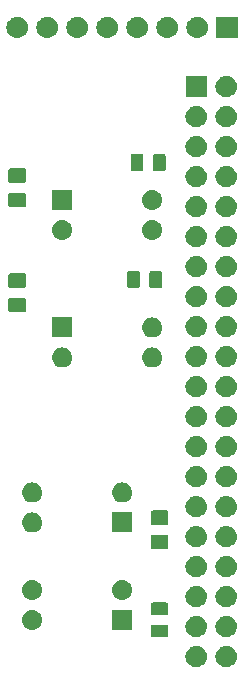
<source format=gbr>
G04 #@! TF.GenerationSoftware,KiCad,Pcbnew,(5.0.2)-1*
G04 #@! TF.CreationDate,2019-01-05T13:40:23-06:00*
G04 #@! TF.ProjectId,controller,636f6e74-726f-46c6-9c65-722e6b696361,rev?*
G04 #@! TF.SameCoordinates,Original*
G04 #@! TF.FileFunction,Soldermask,Top*
G04 #@! TF.FilePolarity,Negative*
%FSLAX46Y46*%
G04 Gerber Fmt 4.6, Leading zero omitted, Abs format (unit mm)*
G04 Created by KiCad (PCBNEW (5.0.2)-1) date 1/5/2019 1:40:23 PM*
%MOMM*%
%LPD*%
G01*
G04 APERTURE LIST*
%ADD10C,0.100000*%
G04 APERTURE END LIST*
D10*
G36*
X145445444Y-107610520D02*
X145511628Y-107617038D01*
X145624854Y-107651385D01*
X145681468Y-107668558D01*
X145820088Y-107742653D01*
X145837992Y-107752223D01*
X145873730Y-107781553D01*
X145975187Y-107864815D01*
X146058449Y-107966272D01*
X146087779Y-108002010D01*
X146087780Y-108002012D01*
X146171444Y-108158534D01*
X146171444Y-108158535D01*
X146222964Y-108328374D01*
X146240360Y-108505001D01*
X146222964Y-108681628D01*
X146188617Y-108794854D01*
X146171444Y-108851468D01*
X146097349Y-108990088D01*
X146087779Y-109007992D01*
X146058449Y-109043730D01*
X145975187Y-109145187D01*
X145873730Y-109228449D01*
X145837992Y-109257779D01*
X145837990Y-109257780D01*
X145681468Y-109341444D01*
X145624854Y-109358617D01*
X145511628Y-109392964D01*
X145445444Y-109399482D01*
X145379261Y-109406001D01*
X145290741Y-109406001D01*
X145224558Y-109399482D01*
X145158374Y-109392964D01*
X145045148Y-109358617D01*
X144988534Y-109341444D01*
X144832012Y-109257780D01*
X144832010Y-109257779D01*
X144796272Y-109228449D01*
X144694815Y-109145187D01*
X144611553Y-109043730D01*
X144582223Y-109007992D01*
X144572653Y-108990088D01*
X144498558Y-108851468D01*
X144481385Y-108794854D01*
X144447038Y-108681628D01*
X144429642Y-108505001D01*
X144447038Y-108328374D01*
X144498558Y-108158535D01*
X144498558Y-108158534D01*
X144582222Y-108002012D01*
X144582223Y-108002010D01*
X144611553Y-107966272D01*
X144694815Y-107864815D01*
X144796272Y-107781553D01*
X144832010Y-107752223D01*
X144849914Y-107742653D01*
X144988534Y-107668558D01*
X145045148Y-107651385D01*
X145158374Y-107617038D01*
X145224558Y-107610520D01*
X145290741Y-107604001D01*
X145379261Y-107604001D01*
X145445444Y-107610520D01*
X145445444Y-107610520D01*
G37*
G36*
X142905444Y-107610520D02*
X142971628Y-107617038D01*
X143084854Y-107651385D01*
X143141468Y-107668558D01*
X143280088Y-107742653D01*
X143297992Y-107752223D01*
X143333730Y-107781553D01*
X143435187Y-107864815D01*
X143518449Y-107966272D01*
X143547779Y-108002010D01*
X143547780Y-108002012D01*
X143631444Y-108158534D01*
X143631444Y-108158535D01*
X143682964Y-108328374D01*
X143700360Y-108505001D01*
X143682964Y-108681628D01*
X143648617Y-108794854D01*
X143631444Y-108851468D01*
X143557349Y-108990088D01*
X143547779Y-109007992D01*
X143518449Y-109043730D01*
X143435187Y-109145187D01*
X143333730Y-109228449D01*
X143297992Y-109257779D01*
X143297990Y-109257780D01*
X143141468Y-109341444D01*
X143084854Y-109358617D01*
X142971628Y-109392964D01*
X142905444Y-109399482D01*
X142839261Y-109406001D01*
X142750741Y-109406001D01*
X142684558Y-109399482D01*
X142618374Y-109392964D01*
X142505148Y-109358617D01*
X142448534Y-109341444D01*
X142292012Y-109257780D01*
X142292010Y-109257779D01*
X142256272Y-109228449D01*
X142154815Y-109145187D01*
X142071553Y-109043730D01*
X142042223Y-109007992D01*
X142032653Y-108990088D01*
X141958558Y-108851468D01*
X141941385Y-108794854D01*
X141907038Y-108681628D01*
X141889642Y-108505001D01*
X141907038Y-108328374D01*
X141958558Y-108158535D01*
X141958558Y-108158534D01*
X142042222Y-108002012D01*
X142042223Y-108002010D01*
X142071553Y-107966272D01*
X142154815Y-107864815D01*
X142256272Y-107781553D01*
X142292010Y-107752223D01*
X142309914Y-107742653D01*
X142448534Y-107668558D01*
X142505148Y-107651385D01*
X142618374Y-107617038D01*
X142684558Y-107610520D01*
X142750741Y-107604001D01*
X142839261Y-107604001D01*
X142905444Y-107610520D01*
X142905444Y-107610520D01*
G37*
G36*
X140284466Y-105813565D02*
X140323137Y-105825296D01*
X140358779Y-105844348D01*
X140390017Y-105869983D01*
X140415652Y-105901221D01*
X140434704Y-105936863D01*
X140446435Y-105975534D01*
X140451000Y-106021888D01*
X140451000Y-106673112D01*
X140446435Y-106719466D01*
X140434704Y-106758137D01*
X140415652Y-106793779D01*
X140390017Y-106825017D01*
X140358779Y-106850652D01*
X140323137Y-106869704D01*
X140284466Y-106881435D01*
X140238112Y-106886000D01*
X139161888Y-106886000D01*
X139115534Y-106881435D01*
X139076863Y-106869704D01*
X139041221Y-106850652D01*
X139009983Y-106825017D01*
X138984348Y-106793779D01*
X138965296Y-106758137D01*
X138953565Y-106719466D01*
X138949000Y-106673112D01*
X138949000Y-106021888D01*
X138953565Y-105975534D01*
X138965296Y-105936863D01*
X138984348Y-105901221D01*
X139009983Y-105869983D01*
X139041221Y-105844348D01*
X139076863Y-105825296D01*
X139115534Y-105813565D01*
X139161888Y-105809000D01*
X140238112Y-105809000D01*
X140284466Y-105813565D01*
X140284466Y-105813565D01*
G37*
G36*
X145445443Y-105070519D02*
X145511628Y-105077038D01*
X145624854Y-105111385D01*
X145681468Y-105128558D01*
X145820088Y-105202653D01*
X145837992Y-105212223D01*
X145873730Y-105241553D01*
X145975187Y-105324815D01*
X146045095Y-105410000D01*
X146087779Y-105462010D01*
X146087780Y-105462012D01*
X146171444Y-105618534D01*
X146171444Y-105618535D01*
X146222964Y-105788374D01*
X146240360Y-105965001D01*
X146222964Y-106141628D01*
X146205250Y-106200023D01*
X146171444Y-106311468D01*
X146097349Y-106450088D01*
X146087779Y-106467992D01*
X146058449Y-106503730D01*
X145975187Y-106605187D01*
X145892419Y-106673112D01*
X145837992Y-106717779D01*
X145837990Y-106717780D01*
X145681468Y-106801444D01*
X145624854Y-106818617D01*
X145511628Y-106852964D01*
X145445444Y-106859482D01*
X145379261Y-106866001D01*
X145290741Y-106866001D01*
X145224558Y-106859482D01*
X145158374Y-106852964D01*
X145045148Y-106818617D01*
X144988534Y-106801444D01*
X144832012Y-106717780D01*
X144832010Y-106717779D01*
X144777583Y-106673112D01*
X144694815Y-106605187D01*
X144611553Y-106503730D01*
X144582223Y-106467992D01*
X144572653Y-106450088D01*
X144498558Y-106311468D01*
X144464752Y-106200023D01*
X144447038Y-106141628D01*
X144429642Y-105965001D01*
X144447038Y-105788374D01*
X144498558Y-105618535D01*
X144498558Y-105618534D01*
X144582222Y-105462012D01*
X144582223Y-105462010D01*
X144624907Y-105410000D01*
X144694815Y-105324815D01*
X144796272Y-105241553D01*
X144832010Y-105212223D01*
X144849914Y-105202653D01*
X144988534Y-105128558D01*
X145045148Y-105111385D01*
X145158374Y-105077038D01*
X145224559Y-105070519D01*
X145290741Y-105064001D01*
X145379261Y-105064001D01*
X145445443Y-105070519D01*
X145445443Y-105070519D01*
G37*
G36*
X142905443Y-105070519D02*
X142971628Y-105077038D01*
X143084854Y-105111385D01*
X143141468Y-105128558D01*
X143280088Y-105202653D01*
X143297992Y-105212223D01*
X143333730Y-105241553D01*
X143435187Y-105324815D01*
X143505095Y-105410000D01*
X143547779Y-105462010D01*
X143547780Y-105462012D01*
X143631444Y-105618534D01*
X143631444Y-105618535D01*
X143682964Y-105788374D01*
X143700360Y-105965001D01*
X143682964Y-106141628D01*
X143665250Y-106200023D01*
X143631444Y-106311468D01*
X143557349Y-106450088D01*
X143547779Y-106467992D01*
X143518449Y-106503730D01*
X143435187Y-106605187D01*
X143352419Y-106673112D01*
X143297992Y-106717779D01*
X143297990Y-106717780D01*
X143141468Y-106801444D01*
X143084854Y-106818617D01*
X142971628Y-106852964D01*
X142905444Y-106859482D01*
X142839261Y-106866001D01*
X142750741Y-106866001D01*
X142684558Y-106859482D01*
X142618374Y-106852964D01*
X142505148Y-106818617D01*
X142448534Y-106801444D01*
X142292012Y-106717780D01*
X142292010Y-106717779D01*
X142237583Y-106673112D01*
X142154815Y-106605187D01*
X142071553Y-106503730D01*
X142042223Y-106467992D01*
X142032653Y-106450088D01*
X141958558Y-106311468D01*
X141924752Y-106200023D01*
X141907038Y-106141628D01*
X141889642Y-105965001D01*
X141907038Y-105788374D01*
X141958558Y-105618535D01*
X141958558Y-105618534D01*
X142042222Y-105462012D01*
X142042223Y-105462010D01*
X142084907Y-105410000D01*
X142154815Y-105324815D01*
X142256272Y-105241553D01*
X142292010Y-105212223D01*
X142309914Y-105202653D01*
X142448534Y-105128558D01*
X142505148Y-105111385D01*
X142618374Y-105077038D01*
X142684559Y-105070519D01*
X142750741Y-105064001D01*
X142839261Y-105064001D01*
X142905443Y-105070519D01*
X142905443Y-105070519D01*
G37*
G36*
X137376000Y-106261000D02*
X135674000Y-106261000D01*
X135674000Y-104559000D01*
X137376000Y-104559000D01*
X137376000Y-106261000D01*
X137376000Y-106261000D01*
G37*
G36*
X129071821Y-104571313D02*
X129071824Y-104571314D01*
X129071825Y-104571314D01*
X129232239Y-104619975D01*
X129232241Y-104619976D01*
X129232244Y-104619977D01*
X129380078Y-104698995D01*
X129509659Y-104805341D01*
X129616005Y-104934922D01*
X129695023Y-105082756D01*
X129695024Y-105082759D01*
X129695025Y-105082761D01*
X129734297Y-105212223D01*
X129743687Y-105243179D01*
X129760117Y-105410000D01*
X129743687Y-105576821D01*
X129743686Y-105576824D01*
X129743686Y-105576825D01*
X129731034Y-105618534D01*
X129695023Y-105737244D01*
X129616005Y-105885078D01*
X129509659Y-106014659D01*
X129380078Y-106121005D01*
X129232244Y-106200023D01*
X129232241Y-106200024D01*
X129232239Y-106200025D01*
X129071825Y-106248686D01*
X129071824Y-106248686D01*
X129071821Y-106248687D01*
X128946804Y-106261000D01*
X128863196Y-106261000D01*
X128738179Y-106248687D01*
X128738176Y-106248686D01*
X128738175Y-106248686D01*
X128577761Y-106200025D01*
X128577759Y-106200024D01*
X128577756Y-106200023D01*
X128429922Y-106121005D01*
X128300341Y-106014659D01*
X128193995Y-105885078D01*
X128114977Y-105737244D01*
X128078967Y-105618534D01*
X128066314Y-105576825D01*
X128066314Y-105576824D01*
X128066313Y-105576821D01*
X128049883Y-105410000D01*
X128066313Y-105243179D01*
X128075703Y-105212223D01*
X128114975Y-105082761D01*
X128114976Y-105082759D01*
X128114977Y-105082756D01*
X128193995Y-104934922D01*
X128300341Y-104805341D01*
X128429922Y-104698995D01*
X128577756Y-104619977D01*
X128577759Y-104619976D01*
X128577761Y-104619975D01*
X128738175Y-104571314D01*
X128738176Y-104571314D01*
X128738179Y-104571313D01*
X128863196Y-104559000D01*
X128946804Y-104559000D01*
X129071821Y-104571313D01*
X129071821Y-104571313D01*
G37*
G36*
X140284466Y-103938565D02*
X140323137Y-103950296D01*
X140358779Y-103969348D01*
X140390017Y-103994983D01*
X140415652Y-104026221D01*
X140434704Y-104061863D01*
X140446435Y-104100534D01*
X140451000Y-104146888D01*
X140451000Y-104798112D01*
X140446435Y-104844466D01*
X140434704Y-104883137D01*
X140415652Y-104918779D01*
X140390017Y-104950017D01*
X140358779Y-104975652D01*
X140323137Y-104994704D01*
X140284466Y-105006435D01*
X140238112Y-105011000D01*
X139161888Y-105011000D01*
X139115534Y-105006435D01*
X139076863Y-104994704D01*
X139041221Y-104975652D01*
X139009983Y-104950017D01*
X138984348Y-104918779D01*
X138965296Y-104883137D01*
X138953565Y-104844466D01*
X138949000Y-104798112D01*
X138949000Y-104146888D01*
X138953565Y-104100534D01*
X138965296Y-104061863D01*
X138984348Y-104026221D01*
X139009983Y-103994983D01*
X139041221Y-103969348D01*
X139076863Y-103950296D01*
X139115534Y-103938565D01*
X139161888Y-103934000D01*
X140238112Y-103934000D01*
X140284466Y-103938565D01*
X140284466Y-103938565D01*
G37*
G36*
X145445443Y-102530519D02*
X145511628Y-102537038D01*
X145624854Y-102571385D01*
X145681468Y-102588558D01*
X145820088Y-102662653D01*
X145837992Y-102672223D01*
X145873730Y-102701553D01*
X145975187Y-102784815D01*
X146045095Y-102870000D01*
X146087779Y-102922010D01*
X146087780Y-102922012D01*
X146171444Y-103078534D01*
X146171444Y-103078535D01*
X146222964Y-103248374D01*
X146240360Y-103425001D01*
X146222964Y-103601628D01*
X146205250Y-103660023D01*
X146171444Y-103771468D01*
X146097349Y-103910088D01*
X146087779Y-103927992D01*
X146078602Y-103939174D01*
X145975187Y-104065187D01*
X145875633Y-104146888D01*
X145837992Y-104177779D01*
X145837990Y-104177780D01*
X145681468Y-104261444D01*
X145624854Y-104278617D01*
X145511628Y-104312964D01*
X145445443Y-104319483D01*
X145379261Y-104326001D01*
X145290741Y-104326001D01*
X145224558Y-104319482D01*
X145158374Y-104312964D01*
X145045148Y-104278617D01*
X144988534Y-104261444D01*
X144832012Y-104177780D01*
X144832010Y-104177779D01*
X144794369Y-104146888D01*
X144694815Y-104065187D01*
X144591400Y-103939174D01*
X144582223Y-103927992D01*
X144572653Y-103910088D01*
X144498558Y-103771468D01*
X144464752Y-103660023D01*
X144447038Y-103601628D01*
X144429642Y-103425001D01*
X144447038Y-103248374D01*
X144498558Y-103078535D01*
X144498558Y-103078534D01*
X144582222Y-102922012D01*
X144582223Y-102922010D01*
X144624907Y-102870000D01*
X144694815Y-102784815D01*
X144796272Y-102701553D01*
X144832010Y-102672223D01*
X144849914Y-102662653D01*
X144988534Y-102588558D01*
X145045148Y-102571385D01*
X145158374Y-102537038D01*
X145224558Y-102530520D01*
X145290741Y-102524001D01*
X145379261Y-102524001D01*
X145445443Y-102530519D01*
X145445443Y-102530519D01*
G37*
G36*
X142905443Y-102530519D02*
X142971628Y-102537038D01*
X143084854Y-102571385D01*
X143141468Y-102588558D01*
X143280088Y-102662653D01*
X143297992Y-102672223D01*
X143333730Y-102701553D01*
X143435187Y-102784815D01*
X143505095Y-102870000D01*
X143547779Y-102922010D01*
X143547780Y-102922012D01*
X143631444Y-103078534D01*
X143631444Y-103078535D01*
X143682964Y-103248374D01*
X143700360Y-103425001D01*
X143682964Y-103601628D01*
X143665250Y-103660023D01*
X143631444Y-103771468D01*
X143557349Y-103910088D01*
X143547779Y-103927992D01*
X143538602Y-103939174D01*
X143435187Y-104065187D01*
X143335633Y-104146888D01*
X143297992Y-104177779D01*
X143297990Y-104177780D01*
X143141468Y-104261444D01*
X143084854Y-104278617D01*
X142971628Y-104312964D01*
X142905443Y-104319483D01*
X142839261Y-104326001D01*
X142750741Y-104326001D01*
X142684558Y-104319482D01*
X142618374Y-104312964D01*
X142505148Y-104278617D01*
X142448534Y-104261444D01*
X142292012Y-104177780D01*
X142292010Y-104177779D01*
X142254369Y-104146888D01*
X142154815Y-104065187D01*
X142051400Y-103939174D01*
X142042223Y-103927992D01*
X142032653Y-103910088D01*
X141958558Y-103771468D01*
X141924752Y-103660023D01*
X141907038Y-103601628D01*
X141889642Y-103425001D01*
X141907038Y-103248374D01*
X141958558Y-103078535D01*
X141958558Y-103078534D01*
X142042222Y-102922012D01*
X142042223Y-102922010D01*
X142084907Y-102870000D01*
X142154815Y-102784815D01*
X142256272Y-102701553D01*
X142292010Y-102672223D01*
X142309914Y-102662653D01*
X142448534Y-102588558D01*
X142505148Y-102571385D01*
X142618374Y-102537038D01*
X142684558Y-102530520D01*
X142750741Y-102524001D01*
X142839261Y-102524001D01*
X142905443Y-102530519D01*
X142905443Y-102530519D01*
G37*
G36*
X136691821Y-102031313D02*
X136691824Y-102031314D01*
X136691825Y-102031314D01*
X136852239Y-102079975D01*
X136852241Y-102079976D01*
X136852244Y-102079977D01*
X137000078Y-102158995D01*
X137129659Y-102265341D01*
X137236005Y-102394922D01*
X137315023Y-102542756D01*
X137315024Y-102542759D01*
X137315025Y-102542761D01*
X137354297Y-102672223D01*
X137363687Y-102703179D01*
X137380117Y-102870000D01*
X137363687Y-103036821D01*
X137363686Y-103036824D01*
X137363686Y-103036825D01*
X137351034Y-103078534D01*
X137315023Y-103197244D01*
X137236005Y-103345078D01*
X137129659Y-103474659D01*
X137000078Y-103581005D01*
X136852244Y-103660023D01*
X136852241Y-103660024D01*
X136852239Y-103660025D01*
X136691825Y-103708686D01*
X136691824Y-103708686D01*
X136691821Y-103708687D01*
X136566804Y-103721000D01*
X136483196Y-103721000D01*
X136358179Y-103708687D01*
X136358176Y-103708686D01*
X136358175Y-103708686D01*
X136197761Y-103660025D01*
X136197759Y-103660024D01*
X136197756Y-103660023D01*
X136049922Y-103581005D01*
X135920341Y-103474659D01*
X135813995Y-103345078D01*
X135734977Y-103197244D01*
X135698967Y-103078534D01*
X135686314Y-103036825D01*
X135686314Y-103036824D01*
X135686313Y-103036821D01*
X135669883Y-102870000D01*
X135686313Y-102703179D01*
X135695703Y-102672223D01*
X135734975Y-102542761D01*
X135734976Y-102542759D01*
X135734977Y-102542756D01*
X135813995Y-102394922D01*
X135920341Y-102265341D01*
X136049922Y-102158995D01*
X136197756Y-102079977D01*
X136197759Y-102079976D01*
X136197761Y-102079975D01*
X136358175Y-102031314D01*
X136358176Y-102031314D01*
X136358179Y-102031313D01*
X136483196Y-102019000D01*
X136566804Y-102019000D01*
X136691821Y-102031313D01*
X136691821Y-102031313D01*
G37*
G36*
X129071821Y-102031313D02*
X129071824Y-102031314D01*
X129071825Y-102031314D01*
X129232239Y-102079975D01*
X129232241Y-102079976D01*
X129232244Y-102079977D01*
X129380078Y-102158995D01*
X129509659Y-102265341D01*
X129616005Y-102394922D01*
X129695023Y-102542756D01*
X129695024Y-102542759D01*
X129695025Y-102542761D01*
X129734297Y-102672223D01*
X129743687Y-102703179D01*
X129760117Y-102870000D01*
X129743687Y-103036821D01*
X129743686Y-103036824D01*
X129743686Y-103036825D01*
X129731034Y-103078534D01*
X129695023Y-103197244D01*
X129616005Y-103345078D01*
X129509659Y-103474659D01*
X129380078Y-103581005D01*
X129232244Y-103660023D01*
X129232241Y-103660024D01*
X129232239Y-103660025D01*
X129071825Y-103708686D01*
X129071824Y-103708686D01*
X129071821Y-103708687D01*
X128946804Y-103721000D01*
X128863196Y-103721000D01*
X128738179Y-103708687D01*
X128738176Y-103708686D01*
X128738175Y-103708686D01*
X128577761Y-103660025D01*
X128577759Y-103660024D01*
X128577756Y-103660023D01*
X128429922Y-103581005D01*
X128300341Y-103474659D01*
X128193995Y-103345078D01*
X128114977Y-103197244D01*
X128078967Y-103078534D01*
X128066314Y-103036825D01*
X128066314Y-103036824D01*
X128066313Y-103036821D01*
X128049883Y-102870000D01*
X128066313Y-102703179D01*
X128075703Y-102672223D01*
X128114975Y-102542761D01*
X128114976Y-102542759D01*
X128114977Y-102542756D01*
X128193995Y-102394922D01*
X128300341Y-102265341D01*
X128429922Y-102158995D01*
X128577756Y-102079977D01*
X128577759Y-102079976D01*
X128577761Y-102079975D01*
X128738175Y-102031314D01*
X128738176Y-102031314D01*
X128738179Y-102031313D01*
X128863196Y-102019000D01*
X128946804Y-102019000D01*
X129071821Y-102031313D01*
X129071821Y-102031313D01*
G37*
G36*
X142905444Y-99990520D02*
X142971628Y-99997038D01*
X143084854Y-100031385D01*
X143141468Y-100048558D01*
X143280088Y-100122653D01*
X143297992Y-100132223D01*
X143333730Y-100161553D01*
X143435187Y-100244815D01*
X143518449Y-100346272D01*
X143547779Y-100382010D01*
X143547780Y-100382012D01*
X143631444Y-100538534D01*
X143631444Y-100538535D01*
X143682964Y-100708374D01*
X143700360Y-100885001D01*
X143682964Y-101061628D01*
X143648617Y-101174854D01*
X143631444Y-101231468D01*
X143557349Y-101370088D01*
X143547779Y-101387992D01*
X143518449Y-101423730D01*
X143435187Y-101525187D01*
X143333730Y-101608449D01*
X143297992Y-101637779D01*
X143297990Y-101637780D01*
X143141468Y-101721444D01*
X143084854Y-101738617D01*
X142971628Y-101772964D01*
X142905443Y-101779483D01*
X142839261Y-101786001D01*
X142750741Y-101786001D01*
X142684559Y-101779483D01*
X142618374Y-101772964D01*
X142505148Y-101738617D01*
X142448534Y-101721444D01*
X142292012Y-101637780D01*
X142292010Y-101637779D01*
X142256272Y-101608449D01*
X142154815Y-101525187D01*
X142071553Y-101423730D01*
X142042223Y-101387992D01*
X142032653Y-101370088D01*
X141958558Y-101231468D01*
X141941385Y-101174854D01*
X141907038Y-101061628D01*
X141889642Y-100885001D01*
X141907038Y-100708374D01*
X141958558Y-100538535D01*
X141958558Y-100538534D01*
X142042222Y-100382012D01*
X142042223Y-100382010D01*
X142071553Y-100346272D01*
X142154815Y-100244815D01*
X142256272Y-100161553D01*
X142292010Y-100132223D01*
X142309914Y-100122653D01*
X142448534Y-100048558D01*
X142505148Y-100031385D01*
X142618374Y-99997038D01*
X142684558Y-99990520D01*
X142750741Y-99984001D01*
X142839261Y-99984001D01*
X142905444Y-99990520D01*
X142905444Y-99990520D01*
G37*
G36*
X145445444Y-99990520D02*
X145511628Y-99997038D01*
X145624854Y-100031385D01*
X145681468Y-100048558D01*
X145820088Y-100122653D01*
X145837992Y-100132223D01*
X145873730Y-100161553D01*
X145975187Y-100244815D01*
X146058449Y-100346272D01*
X146087779Y-100382010D01*
X146087780Y-100382012D01*
X146171444Y-100538534D01*
X146171444Y-100538535D01*
X146222964Y-100708374D01*
X146240360Y-100885001D01*
X146222964Y-101061628D01*
X146188617Y-101174854D01*
X146171444Y-101231468D01*
X146097349Y-101370088D01*
X146087779Y-101387992D01*
X146058449Y-101423730D01*
X145975187Y-101525187D01*
X145873730Y-101608449D01*
X145837992Y-101637779D01*
X145837990Y-101637780D01*
X145681468Y-101721444D01*
X145624854Y-101738617D01*
X145511628Y-101772964D01*
X145445443Y-101779483D01*
X145379261Y-101786001D01*
X145290741Y-101786001D01*
X145224559Y-101779483D01*
X145158374Y-101772964D01*
X145045148Y-101738617D01*
X144988534Y-101721444D01*
X144832012Y-101637780D01*
X144832010Y-101637779D01*
X144796272Y-101608449D01*
X144694815Y-101525187D01*
X144611553Y-101423730D01*
X144582223Y-101387992D01*
X144572653Y-101370088D01*
X144498558Y-101231468D01*
X144481385Y-101174854D01*
X144447038Y-101061628D01*
X144429642Y-100885001D01*
X144447038Y-100708374D01*
X144498558Y-100538535D01*
X144498558Y-100538534D01*
X144582222Y-100382012D01*
X144582223Y-100382010D01*
X144611553Y-100346272D01*
X144694815Y-100244815D01*
X144796272Y-100161553D01*
X144832010Y-100132223D01*
X144849914Y-100122653D01*
X144988534Y-100048558D01*
X145045148Y-100031385D01*
X145158374Y-99997038D01*
X145224558Y-99990520D01*
X145290741Y-99984001D01*
X145379261Y-99984001D01*
X145445444Y-99990520D01*
X145445444Y-99990520D01*
G37*
G36*
X140288677Y-98193465D02*
X140326364Y-98204898D01*
X140361103Y-98223466D01*
X140391548Y-98248452D01*
X140416534Y-98278897D01*
X140435102Y-98313636D01*
X140446535Y-98351323D01*
X140451000Y-98396661D01*
X140451000Y-99233339D01*
X140446535Y-99278677D01*
X140435102Y-99316364D01*
X140416534Y-99351103D01*
X140391548Y-99381548D01*
X140361103Y-99406534D01*
X140326364Y-99425102D01*
X140288677Y-99436535D01*
X140243339Y-99441000D01*
X139156661Y-99441000D01*
X139111323Y-99436535D01*
X139073636Y-99425102D01*
X139038897Y-99406534D01*
X139008452Y-99381548D01*
X138983466Y-99351103D01*
X138964898Y-99316364D01*
X138953465Y-99278677D01*
X138949000Y-99233339D01*
X138949000Y-98396661D01*
X138953465Y-98351323D01*
X138964898Y-98313636D01*
X138983466Y-98278897D01*
X139008452Y-98248452D01*
X139038897Y-98223466D01*
X139073636Y-98204898D01*
X139111323Y-98193465D01*
X139156661Y-98189000D01*
X140243339Y-98189000D01*
X140288677Y-98193465D01*
X140288677Y-98193465D01*
G37*
G36*
X142905444Y-97450520D02*
X142971628Y-97457038D01*
X143054721Y-97482244D01*
X143141468Y-97508558D01*
X143280088Y-97582653D01*
X143297992Y-97592223D01*
X143333730Y-97621553D01*
X143435187Y-97704815D01*
X143518449Y-97806272D01*
X143547779Y-97842010D01*
X143547780Y-97842012D01*
X143631444Y-97998534D01*
X143648617Y-98055148D01*
X143682964Y-98168374D01*
X143700360Y-98345001D01*
X143682964Y-98521628D01*
X143648617Y-98634854D01*
X143631444Y-98691468D01*
X143557349Y-98830088D01*
X143547779Y-98847992D01*
X143518449Y-98883730D01*
X143435187Y-98985187D01*
X143333730Y-99068449D01*
X143297992Y-99097779D01*
X143297990Y-99097780D01*
X143141468Y-99181444D01*
X143084854Y-99198617D01*
X142971628Y-99232964D01*
X142905443Y-99239483D01*
X142839261Y-99246001D01*
X142750741Y-99246001D01*
X142684559Y-99239483D01*
X142618374Y-99232964D01*
X142505148Y-99198617D01*
X142448534Y-99181444D01*
X142292012Y-99097780D01*
X142292010Y-99097779D01*
X142256272Y-99068449D01*
X142154815Y-98985187D01*
X142071553Y-98883730D01*
X142042223Y-98847992D01*
X142032653Y-98830088D01*
X141958558Y-98691468D01*
X141941385Y-98634854D01*
X141907038Y-98521628D01*
X141889642Y-98345001D01*
X141907038Y-98168374D01*
X141941385Y-98055148D01*
X141958558Y-97998534D01*
X142042222Y-97842012D01*
X142042223Y-97842010D01*
X142071553Y-97806272D01*
X142154815Y-97704815D01*
X142256272Y-97621553D01*
X142292010Y-97592223D01*
X142309914Y-97582653D01*
X142448534Y-97508558D01*
X142535281Y-97482244D01*
X142618374Y-97457038D01*
X142684558Y-97450520D01*
X142750741Y-97444001D01*
X142839261Y-97444001D01*
X142905444Y-97450520D01*
X142905444Y-97450520D01*
G37*
G36*
X145445444Y-97450520D02*
X145511628Y-97457038D01*
X145594721Y-97482244D01*
X145681468Y-97508558D01*
X145820088Y-97582653D01*
X145837992Y-97592223D01*
X145873730Y-97621553D01*
X145975187Y-97704815D01*
X146058449Y-97806272D01*
X146087779Y-97842010D01*
X146087780Y-97842012D01*
X146171444Y-97998534D01*
X146188617Y-98055148D01*
X146222964Y-98168374D01*
X146240360Y-98345001D01*
X146222964Y-98521628D01*
X146188617Y-98634854D01*
X146171444Y-98691468D01*
X146097349Y-98830088D01*
X146087779Y-98847992D01*
X146058449Y-98883730D01*
X145975187Y-98985187D01*
X145873730Y-99068449D01*
X145837992Y-99097779D01*
X145837990Y-99097780D01*
X145681468Y-99181444D01*
X145624854Y-99198617D01*
X145511628Y-99232964D01*
X145445443Y-99239483D01*
X145379261Y-99246001D01*
X145290741Y-99246001D01*
X145224559Y-99239483D01*
X145158374Y-99232964D01*
X145045148Y-99198617D01*
X144988534Y-99181444D01*
X144832012Y-99097780D01*
X144832010Y-99097779D01*
X144796272Y-99068449D01*
X144694815Y-98985187D01*
X144611553Y-98883730D01*
X144582223Y-98847992D01*
X144572653Y-98830088D01*
X144498558Y-98691468D01*
X144481385Y-98634854D01*
X144447038Y-98521628D01*
X144429642Y-98345001D01*
X144447038Y-98168374D01*
X144481385Y-98055148D01*
X144498558Y-97998534D01*
X144582222Y-97842012D01*
X144582223Y-97842010D01*
X144611553Y-97806272D01*
X144694815Y-97704815D01*
X144796272Y-97621553D01*
X144832010Y-97592223D01*
X144849914Y-97582653D01*
X144988534Y-97508558D01*
X145075281Y-97482244D01*
X145158374Y-97457038D01*
X145224558Y-97450520D01*
X145290741Y-97444001D01*
X145379261Y-97444001D01*
X145445444Y-97450520D01*
X145445444Y-97450520D01*
G37*
G36*
X129071821Y-96316313D02*
X129071824Y-96316314D01*
X129071825Y-96316314D01*
X129232239Y-96364975D01*
X129232241Y-96364976D01*
X129232244Y-96364977D01*
X129380078Y-96443995D01*
X129509659Y-96550341D01*
X129616005Y-96679922D01*
X129695023Y-96827756D01*
X129743687Y-96988179D01*
X129760117Y-97155000D01*
X129743687Y-97321821D01*
X129743686Y-97321824D01*
X129743686Y-97321825D01*
X129702670Y-97457038D01*
X129695023Y-97482244D01*
X129616005Y-97630078D01*
X129509659Y-97759659D01*
X129380078Y-97866005D01*
X129232244Y-97945023D01*
X129232241Y-97945024D01*
X129232239Y-97945025D01*
X129071825Y-97993686D01*
X129071824Y-97993686D01*
X129071821Y-97993687D01*
X128946804Y-98006000D01*
X128863196Y-98006000D01*
X128738179Y-97993687D01*
X128738176Y-97993686D01*
X128738175Y-97993686D01*
X128577761Y-97945025D01*
X128577759Y-97945024D01*
X128577756Y-97945023D01*
X128429922Y-97866005D01*
X128300341Y-97759659D01*
X128193995Y-97630078D01*
X128114977Y-97482244D01*
X128107331Y-97457038D01*
X128066314Y-97321825D01*
X128066314Y-97321824D01*
X128066313Y-97321821D01*
X128049883Y-97155000D01*
X128066313Y-96988179D01*
X128114977Y-96827756D01*
X128193995Y-96679922D01*
X128300341Y-96550341D01*
X128429922Y-96443995D01*
X128577756Y-96364977D01*
X128577759Y-96364976D01*
X128577761Y-96364975D01*
X128738175Y-96316314D01*
X128738176Y-96316314D01*
X128738179Y-96316313D01*
X128863196Y-96304000D01*
X128946804Y-96304000D01*
X129071821Y-96316313D01*
X129071821Y-96316313D01*
G37*
G36*
X137376000Y-98006000D02*
X135674000Y-98006000D01*
X135674000Y-96304000D01*
X137376000Y-96304000D01*
X137376000Y-98006000D01*
X137376000Y-98006000D01*
G37*
G36*
X140288677Y-96143465D02*
X140326364Y-96154898D01*
X140361103Y-96173466D01*
X140391548Y-96198452D01*
X140416534Y-96228897D01*
X140435102Y-96263636D01*
X140446535Y-96301323D01*
X140451000Y-96346661D01*
X140451000Y-97183339D01*
X140446535Y-97228677D01*
X140435102Y-97266364D01*
X140416534Y-97301103D01*
X140391548Y-97331548D01*
X140361103Y-97356534D01*
X140326364Y-97375102D01*
X140288677Y-97386535D01*
X140243339Y-97391000D01*
X139156661Y-97391000D01*
X139111323Y-97386535D01*
X139073636Y-97375102D01*
X139038897Y-97356534D01*
X139008452Y-97331548D01*
X138983466Y-97301103D01*
X138964898Y-97266364D01*
X138953465Y-97228677D01*
X138949000Y-97183339D01*
X138949000Y-96346661D01*
X138953465Y-96301323D01*
X138964898Y-96263636D01*
X138983466Y-96228897D01*
X139008452Y-96198452D01*
X139038897Y-96173466D01*
X139073636Y-96154898D01*
X139111323Y-96143465D01*
X139156661Y-96139000D01*
X140243339Y-96139000D01*
X140288677Y-96143465D01*
X140288677Y-96143465D01*
G37*
G36*
X142905443Y-94910519D02*
X142971628Y-94917038D01*
X143054721Y-94942244D01*
X143141468Y-94968558D01*
X143280088Y-95042653D01*
X143297992Y-95052223D01*
X143333730Y-95081553D01*
X143435187Y-95164815D01*
X143518449Y-95266272D01*
X143547779Y-95302010D01*
X143547780Y-95302012D01*
X143631444Y-95458534D01*
X143648617Y-95515148D01*
X143682964Y-95628374D01*
X143700360Y-95805001D01*
X143682964Y-95981628D01*
X143648617Y-96094854D01*
X143631444Y-96151468D01*
X143573452Y-96259962D01*
X143547779Y-96307992D01*
X143540950Y-96316313D01*
X143435187Y-96445187D01*
X143333730Y-96528449D01*
X143297992Y-96557779D01*
X143297990Y-96557780D01*
X143141468Y-96641444D01*
X143084854Y-96658617D01*
X142971628Y-96692964D01*
X142905443Y-96699483D01*
X142839261Y-96706001D01*
X142750741Y-96706001D01*
X142684559Y-96699483D01*
X142618374Y-96692964D01*
X142505148Y-96658617D01*
X142448534Y-96641444D01*
X142292012Y-96557780D01*
X142292010Y-96557779D01*
X142256272Y-96528449D01*
X142154815Y-96445187D01*
X142049052Y-96316313D01*
X142042223Y-96307992D01*
X142016550Y-96259962D01*
X141958558Y-96151468D01*
X141941385Y-96094854D01*
X141907038Y-95981628D01*
X141889642Y-95805001D01*
X141907038Y-95628374D01*
X141941385Y-95515148D01*
X141958558Y-95458534D01*
X142042222Y-95302012D01*
X142042223Y-95302010D01*
X142071553Y-95266272D01*
X142154815Y-95164815D01*
X142256272Y-95081553D01*
X142292010Y-95052223D01*
X142309914Y-95042653D01*
X142448534Y-94968558D01*
X142535281Y-94942244D01*
X142618374Y-94917038D01*
X142684559Y-94910519D01*
X142750741Y-94904001D01*
X142839261Y-94904001D01*
X142905443Y-94910519D01*
X142905443Y-94910519D01*
G37*
G36*
X145445443Y-94910519D02*
X145511628Y-94917038D01*
X145594721Y-94942244D01*
X145681468Y-94968558D01*
X145820088Y-95042653D01*
X145837992Y-95052223D01*
X145873730Y-95081553D01*
X145975187Y-95164815D01*
X146058449Y-95266272D01*
X146087779Y-95302010D01*
X146087780Y-95302012D01*
X146171444Y-95458534D01*
X146188617Y-95515148D01*
X146222964Y-95628374D01*
X146240360Y-95805001D01*
X146222964Y-95981628D01*
X146188617Y-96094854D01*
X146171444Y-96151468D01*
X146113452Y-96259962D01*
X146087779Y-96307992D01*
X146080950Y-96316313D01*
X145975187Y-96445187D01*
X145873730Y-96528449D01*
X145837992Y-96557779D01*
X145837990Y-96557780D01*
X145681468Y-96641444D01*
X145624854Y-96658617D01*
X145511628Y-96692964D01*
X145445443Y-96699483D01*
X145379261Y-96706001D01*
X145290741Y-96706001D01*
X145224559Y-96699483D01*
X145158374Y-96692964D01*
X145045148Y-96658617D01*
X144988534Y-96641444D01*
X144832012Y-96557780D01*
X144832010Y-96557779D01*
X144796272Y-96528449D01*
X144694815Y-96445187D01*
X144589052Y-96316313D01*
X144582223Y-96307992D01*
X144556550Y-96259962D01*
X144498558Y-96151468D01*
X144481385Y-96094854D01*
X144447038Y-95981628D01*
X144429642Y-95805001D01*
X144447038Y-95628374D01*
X144481385Y-95515148D01*
X144498558Y-95458534D01*
X144582222Y-95302012D01*
X144582223Y-95302010D01*
X144611553Y-95266272D01*
X144694815Y-95164815D01*
X144796272Y-95081553D01*
X144832010Y-95052223D01*
X144849914Y-95042653D01*
X144988534Y-94968558D01*
X145075281Y-94942244D01*
X145158374Y-94917038D01*
X145224559Y-94910519D01*
X145290741Y-94904001D01*
X145379261Y-94904001D01*
X145445443Y-94910519D01*
X145445443Y-94910519D01*
G37*
G36*
X136691821Y-93776313D02*
X136691824Y-93776314D01*
X136691825Y-93776314D01*
X136852239Y-93824975D01*
X136852241Y-93824976D01*
X136852244Y-93824977D01*
X137000078Y-93903995D01*
X137129659Y-94010341D01*
X137236005Y-94139922D01*
X137315023Y-94287756D01*
X137363687Y-94448179D01*
X137380117Y-94615000D01*
X137363687Y-94781821D01*
X137363686Y-94781824D01*
X137363686Y-94781825D01*
X137322670Y-94917038D01*
X137315023Y-94942244D01*
X137236005Y-95090078D01*
X137129659Y-95219659D01*
X137000078Y-95326005D01*
X136852244Y-95405023D01*
X136852241Y-95405024D01*
X136852239Y-95405025D01*
X136691825Y-95453686D01*
X136691824Y-95453686D01*
X136691821Y-95453687D01*
X136566804Y-95466000D01*
X136483196Y-95466000D01*
X136358179Y-95453687D01*
X136358176Y-95453686D01*
X136358175Y-95453686D01*
X136197761Y-95405025D01*
X136197759Y-95405024D01*
X136197756Y-95405023D01*
X136049922Y-95326005D01*
X135920341Y-95219659D01*
X135813995Y-95090078D01*
X135734977Y-94942244D01*
X135727331Y-94917038D01*
X135686314Y-94781825D01*
X135686314Y-94781824D01*
X135686313Y-94781821D01*
X135669883Y-94615000D01*
X135686313Y-94448179D01*
X135734977Y-94287756D01*
X135813995Y-94139922D01*
X135920341Y-94010341D01*
X136049922Y-93903995D01*
X136197756Y-93824977D01*
X136197759Y-93824976D01*
X136197761Y-93824975D01*
X136358175Y-93776314D01*
X136358176Y-93776314D01*
X136358179Y-93776313D01*
X136483196Y-93764000D01*
X136566804Y-93764000D01*
X136691821Y-93776313D01*
X136691821Y-93776313D01*
G37*
G36*
X129071821Y-93776313D02*
X129071824Y-93776314D01*
X129071825Y-93776314D01*
X129232239Y-93824975D01*
X129232241Y-93824976D01*
X129232244Y-93824977D01*
X129380078Y-93903995D01*
X129509659Y-94010341D01*
X129616005Y-94139922D01*
X129695023Y-94287756D01*
X129743687Y-94448179D01*
X129760117Y-94615000D01*
X129743687Y-94781821D01*
X129743686Y-94781824D01*
X129743686Y-94781825D01*
X129702670Y-94917038D01*
X129695023Y-94942244D01*
X129616005Y-95090078D01*
X129509659Y-95219659D01*
X129380078Y-95326005D01*
X129232244Y-95405023D01*
X129232241Y-95405024D01*
X129232239Y-95405025D01*
X129071825Y-95453686D01*
X129071824Y-95453686D01*
X129071821Y-95453687D01*
X128946804Y-95466000D01*
X128863196Y-95466000D01*
X128738179Y-95453687D01*
X128738176Y-95453686D01*
X128738175Y-95453686D01*
X128577761Y-95405025D01*
X128577759Y-95405024D01*
X128577756Y-95405023D01*
X128429922Y-95326005D01*
X128300341Y-95219659D01*
X128193995Y-95090078D01*
X128114977Y-94942244D01*
X128107331Y-94917038D01*
X128066314Y-94781825D01*
X128066314Y-94781824D01*
X128066313Y-94781821D01*
X128049883Y-94615000D01*
X128066313Y-94448179D01*
X128114977Y-94287756D01*
X128193995Y-94139922D01*
X128300341Y-94010341D01*
X128429922Y-93903995D01*
X128577756Y-93824977D01*
X128577759Y-93824976D01*
X128577761Y-93824975D01*
X128738175Y-93776314D01*
X128738176Y-93776314D01*
X128738179Y-93776313D01*
X128863196Y-93764000D01*
X128946804Y-93764000D01*
X129071821Y-93776313D01*
X129071821Y-93776313D01*
G37*
G36*
X142905443Y-92370519D02*
X142971628Y-92377038D01*
X143084854Y-92411385D01*
X143141468Y-92428558D01*
X143280088Y-92502653D01*
X143297992Y-92512223D01*
X143333730Y-92541553D01*
X143435187Y-92624815D01*
X143518449Y-92726272D01*
X143547779Y-92762010D01*
X143547780Y-92762012D01*
X143631444Y-92918534D01*
X143631444Y-92918535D01*
X143682964Y-93088374D01*
X143700360Y-93265001D01*
X143682964Y-93441628D01*
X143648617Y-93554854D01*
X143631444Y-93611468D01*
X143557349Y-93750088D01*
X143547779Y-93767992D01*
X143540950Y-93776313D01*
X143435187Y-93905187D01*
X143333730Y-93988449D01*
X143297992Y-94017779D01*
X143297990Y-94017780D01*
X143141468Y-94101444D01*
X143084854Y-94118617D01*
X142971628Y-94152964D01*
X142905444Y-94159482D01*
X142839261Y-94166001D01*
X142750741Y-94166001D01*
X142684558Y-94159482D01*
X142618374Y-94152964D01*
X142505148Y-94118617D01*
X142448534Y-94101444D01*
X142292012Y-94017780D01*
X142292010Y-94017779D01*
X142256272Y-93988449D01*
X142154815Y-93905187D01*
X142049052Y-93776313D01*
X142042223Y-93767992D01*
X142032653Y-93750088D01*
X141958558Y-93611468D01*
X141941385Y-93554854D01*
X141907038Y-93441628D01*
X141889642Y-93265001D01*
X141907038Y-93088374D01*
X141958558Y-92918535D01*
X141958558Y-92918534D01*
X142042222Y-92762012D01*
X142042223Y-92762010D01*
X142071553Y-92726272D01*
X142154815Y-92624815D01*
X142256272Y-92541553D01*
X142292010Y-92512223D01*
X142309914Y-92502653D01*
X142448534Y-92428558D01*
X142505148Y-92411385D01*
X142618374Y-92377038D01*
X142684559Y-92370519D01*
X142750741Y-92364001D01*
X142839261Y-92364001D01*
X142905443Y-92370519D01*
X142905443Y-92370519D01*
G37*
G36*
X145445443Y-92370519D02*
X145511628Y-92377038D01*
X145624854Y-92411385D01*
X145681468Y-92428558D01*
X145820088Y-92502653D01*
X145837992Y-92512223D01*
X145873730Y-92541553D01*
X145975187Y-92624815D01*
X146058449Y-92726272D01*
X146087779Y-92762010D01*
X146087780Y-92762012D01*
X146171444Y-92918534D01*
X146171444Y-92918535D01*
X146222964Y-93088374D01*
X146240360Y-93265001D01*
X146222964Y-93441628D01*
X146188617Y-93554854D01*
X146171444Y-93611468D01*
X146097349Y-93750088D01*
X146087779Y-93767992D01*
X146080950Y-93776313D01*
X145975187Y-93905187D01*
X145873730Y-93988449D01*
X145837992Y-94017779D01*
X145837990Y-94017780D01*
X145681468Y-94101444D01*
X145624854Y-94118617D01*
X145511628Y-94152964D01*
X145445444Y-94159482D01*
X145379261Y-94166001D01*
X145290741Y-94166001D01*
X145224558Y-94159482D01*
X145158374Y-94152964D01*
X145045148Y-94118617D01*
X144988534Y-94101444D01*
X144832012Y-94017780D01*
X144832010Y-94017779D01*
X144796272Y-93988449D01*
X144694815Y-93905187D01*
X144589052Y-93776313D01*
X144582223Y-93767992D01*
X144572653Y-93750088D01*
X144498558Y-93611468D01*
X144481385Y-93554854D01*
X144447038Y-93441628D01*
X144429642Y-93265001D01*
X144447038Y-93088374D01*
X144498558Y-92918535D01*
X144498558Y-92918534D01*
X144582222Y-92762012D01*
X144582223Y-92762010D01*
X144611553Y-92726272D01*
X144694815Y-92624815D01*
X144796272Y-92541553D01*
X144832010Y-92512223D01*
X144849914Y-92502653D01*
X144988534Y-92428558D01*
X145045148Y-92411385D01*
X145158374Y-92377038D01*
X145224559Y-92370519D01*
X145290741Y-92364001D01*
X145379261Y-92364001D01*
X145445443Y-92370519D01*
X145445443Y-92370519D01*
G37*
G36*
X142905444Y-89830520D02*
X142971628Y-89837038D01*
X143084854Y-89871385D01*
X143141468Y-89888558D01*
X143280088Y-89962653D01*
X143297992Y-89972223D01*
X143333730Y-90001553D01*
X143435187Y-90084815D01*
X143518449Y-90186272D01*
X143547779Y-90222010D01*
X143547780Y-90222012D01*
X143631444Y-90378534D01*
X143631444Y-90378535D01*
X143682964Y-90548374D01*
X143700360Y-90725001D01*
X143682964Y-90901628D01*
X143648617Y-91014854D01*
X143631444Y-91071468D01*
X143557349Y-91210088D01*
X143547779Y-91227992D01*
X143518449Y-91263730D01*
X143435187Y-91365187D01*
X143333730Y-91448449D01*
X143297992Y-91477779D01*
X143297990Y-91477780D01*
X143141468Y-91561444D01*
X143084854Y-91578617D01*
X142971628Y-91612964D01*
X142905443Y-91619483D01*
X142839261Y-91626001D01*
X142750741Y-91626001D01*
X142684559Y-91619483D01*
X142618374Y-91612964D01*
X142505148Y-91578617D01*
X142448534Y-91561444D01*
X142292012Y-91477780D01*
X142292010Y-91477779D01*
X142256272Y-91448449D01*
X142154815Y-91365187D01*
X142071553Y-91263730D01*
X142042223Y-91227992D01*
X142032653Y-91210088D01*
X141958558Y-91071468D01*
X141941385Y-91014854D01*
X141907038Y-90901628D01*
X141889642Y-90725001D01*
X141907038Y-90548374D01*
X141958558Y-90378535D01*
X141958558Y-90378534D01*
X142042222Y-90222012D01*
X142042223Y-90222010D01*
X142071553Y-90186272D01*
X142154815Y-90084815D01*
X142256272Y-90001553D01*
X142292010Y-89972223D01*
X142309914Y-89962653D01*
X142448534Y-89888558D01*
X142505148Y-89871385D01*
X142618374Y-89837038D01*
X142684558Y-89830520D01*
X142750741Y-89824001D01*
X142839261Y-89824001D01*
X142905444Y-89830520D01*
X142905444Y-89830520D01*
G37*
G36*
X145445444Y-89830520D02*
X145511628Y-89837038D01*
X145624854Y-89871385D01*
X145681468Y-89888558D01*
X145820088Y-89962653D01*
X145837992Y-89972223D01*
X145873730Y-90001553D01*
X145975187Y-90084815D01*
X146058449Y-90186272D01*
X146087779Y-90222010D01*
X146087780Y-90222012D01*
X146171444Y-90378534D01*
X146171444Y-90378535D01*
X146222964Y-90548374D01*
X146240360Y-90725001D01*
X146222964Y-90901628D01*
X146188617Y-91014854D01*
X146171444Y-91071468D01*
X146097349Y-91210088D01*
X146087779Y-91227992D01*
X146058449Y-91263730D01*
X145975187Y-91365187D01*
X145873730Y-91448449D01*
X145837992Y-91477779D01*
X145837990Y-91477780D01*
X145681468Y-91561444D01*
X145624854Y-91578617D01*
X145511628Y-91612964D01*
X145445444Y-91619482D01*
X145379261Y-91626001D01*
X145290741Y-91626001D01*
X145224559Y-91619483D01*
X145158374Y-91612964D01*
X145045148Y-91578617D01*
X144988534Y-91561444D01*
X144832012Y-91477780D01*
X144832010Y-91477779D01*
X144796272Y-91448449D01*
X144694815Y-91365187D01*
X144611553Y-91263730D01*
X144582223Y-91227992D01*
X144572653Y-91210088D01*
X144498558Y-91071468D01*
X144481385Y-91014854D01*
X144447038Y-90901628D01*
X144429642Y-90725001D01*
X144447038Y-90548374D01*
X144498558Y-90378535D01*
X144498558Y-90378534D01*
X144582222Y-90222012D01*
X144582223Y-90222010D01*
X144611553Y-90186272D01*
X144694815Y-90084815D01*
X144796272Y-90001553D01*
X144832010Y-89972223D01*
X144849914Y-89962653D01*
X144988534Y-89888558D01*
X145045148Y-89871385D01*
X145158374Y-89837038D01*
X145224558Y-89830520D01*
X145290741Y-89824001D01*
X145379261Y-89824001D01*
X145445444Y-89830520D01*
X145445444Y-89830520D01*
G37*
G36*
X142905443Y-87290519D02*
X142971628Y-87297038D01*
X143084854Y-87331385D01*
X143141468Y-87348558D01*
X143280088Y-87422653D01*
X143297992Y-87432223D01*
X143333730Y-87461553D01*
X143435187Y-87544815D01*
X143518449Y-87646272D01*
X143547779Y-87682010D01*
X143547780Y-87682012D01*
X143631444Y-87838534D01*
X143631444Y-87838535D01*
X143682964Y-88008374D01*
X143700360Y-88185001D01*
X143682964Y-88361628D01*
X143648617Y-88474854D01*
X143631444Y-88531468D01*
X143557349Y-88670088D01*
X143547779Y-88687992D01*
X143518449Y-88723730D01*
X143435187Y-88825187D01*
X143333730Y-88908449D01*
X143297992Y-88937779D01*
X143297990Y-88937780D01*
X143141468Y-89021444D01*
X143084854Y-89038617D01*
X142971628Y-89072964D01*
X142905444Y-89079482D01*
X142839261Y-89086001D01*
X142750741Y-89086001D01*
X142684558Y-89079482D01*
X142618374Y-89072964D01*
X142505148Y-89038617D01*
X142448534Y-89021444D01*
X142292012Y-88937780D01*
X142292010Y-88937779D01*
X142256272Y-88908449D01*
X142154815Y-88825187D01*
X142071553Y-88723730D01*
X142042223Y-88687992D01*
X142032653Y-88670088D01*
X141958558Y-88531468D01*
X141941385Y-88474854D01*
X141907038Y-88361628D01*
X141889642Y-88185001D01*
X141907038Y-88008374D01*
X141958558Y-87838535D01*
X141958558Y-87838534D01*
X142042222Y-87682012D01*
X142042223Y-87682010D01*
X142071553Y-87646272D01*
X142154815Y-87544815D01*
X142256272Y-87461553D01*
X142292010Y-87432223D01*
X142309914Y-87422653D01*
X142448534Y-87348558D01*
X142505148Y-87331385D01*
X142618374Y-87297038D01*
X142684559Y-87290519D01*
X142750741Y-87284001D01*
X142839261Y-87284001D01*
X142905443Y-87290519D01*
X142905443Y-87290519D01*
G37*
G36*
X145445443Y-87290519D02*
X145511628Y-87297038D01*
X145624854Y-87331385D01*
X145681468Y-87348558D01*
X145820088Y-87422653D01*
X145837992Y-87432223D01*
X145873730Y-87461553D01*
X145975187Y-87544815D01*
X146058449Y-87646272D01*
X146087779Y-87682010D01*
X146087780Y-87682012D01*
X146171444Y-87838534D01*
X146171444Y-87838535D01*
X146222964Y-88008374D01*
X146240360Y-88185001D01*
X146222964Y-88361628D01*
X146188617Y-88474854D01*
X146171444Y-88531468D01*
X146097349Y-88670088D01*
X146087779Y-88687992D01*
X146058449Y-88723730D01*
X145975187Y-88825187D01*
X145873730Y-88908449D01*
X145837992Y-88937779D01*
X145837990Y-88937780D01*
X145681468Y-89021444D01*
X145624854Y-89038617D01*
X145511628Y-89072964D01*
X145445444Y-89079482D01*
X145379261Y-89086001D01*
X145290741Y-89086001D01*
X145224558Y-89079482D01*
X145158374Y-89072964D01*
X145045148Y-89038617D01*
X144988534Y-89021444D01*
X144832012Y-88937780D01*
X144832010Y-88937779D01*
X144796272Y-88908449D01*
X144694815Y-88825187D01*
X144611553Y-88723730D01*
X144582223Y-88687992D01*
X144572653Y-88670088D01*
X144498558Y-88531468D01*
X144481385Y-88474854D01*
X144447038Y-88361628D01*
X144429642Y-88185001D01*
X144447038Y-88008374D01*
X144498558Y-87838535D01*
X144498558Y-87838534D01*
X144582222Y-87682012D01*
X144582223Y-87682010D01*
X144611553Y-87646272D01*
X144694815Y-87544815D01*
X144796272Y-87461553D01*
X144832010Y-87432223D01*
X144849914Y-87422653D01*
X144988534Y-87348558D01*
X145045148Y-87331385D01*
X145158374Y-87297038D01*
X145224559Y-87290519D01*
X145290741Y-87284001D01*
X145379261Y-87284001D01*
X145445443Y-87290519D01*
X145445443Y-87290519D01*
G37*
G36*
X142905443Y-84750519D02*
X142971628Y-84757038D01*
X143084854Y-84791385D01*
X143141468Y-84808558D01*
X143280088Y-84882653D01*
X143297992Y-84892223D01*
X143333730Y-84921553D01*
X143435187Y-85004815D01*
X143518449Y-85106272D01*
X143547779Y-85142010D01*
X143547780Y-85142012D01*
X143631444Y-85298534D01*
X143631444Y-85298535D01*
X143682964Y-85468374D01*
X143700360Y-85645001D01*
X143682964Y-85821628D01*
X143648617Y-85934854D01*
X143631444Y-85991468D01*
X143557349Y-86130088D01*
X143547779Y-86147992D01*
X143518449Y-86183730D01*
X143435187Y-86285187D01*
X143333730Y-86368449D01*
X143297992Y-86397779D01*
X143297990Y-86397780D01*
X143141468Y-86481444D01*
X143084854Y-86498617D01*
X142971628Y-86532964D01*
X142905443Y-86539483D01*
X142839261Y-86546001D01*
X142750741Y-86546001D01*
X142684559Y-86539483D01*
X142618374Y-86532964D01*
X142505148Y-86498617D01*
X142448534Y-86481444D01*
X142292012Y-86397780D01*
X142292010Y-86397779D01*
X142256272Y-86368449D01*
X142154815Y-86285187D01*
X142071553Y-86183730D01*
X142042223Y-86147992D01*
X142032653Y-86130088D01*
X141958558Y-85991468D01*
X141941385Y-85934854D01*
X141907038Y-85821628D01*
X141889642Y-85645001D01*
X141907038Y-85468374D01*
X141958558Y-85298535D01*
X141958558Y-85298534D01*
X142042222Y-85142012D01*
X142042223Y-85142010D01*
X142071553Y-85106272D01*
X142154815Y-85004815D01*
X142256272Y-84921553D01*
X142292010Y-84892223D01*
X142309914Y-84882653D01*
X142448534Y-84808558D01*
X142505148Y-84791385D01*
X142618374Y-84757038D01*
X142684559Y-84750519D01*
X142750741Y-84744001D01*
X142839261Y-84744001D01*
X142905443Y-84750519D01*
X142905443Y-84750519D01*
G37*
G36*
X145445443Y-84750519D02*
X145511628Y-84757038D01*
X145624854Y-84791385D01*
X145681468Y-84808558D01*
X145820088Y-84882653D01*
X145837992Y-84892223D01*
X145873730Y-84921553D01*
X145975187Y-85004815D01*
X146058449Y-85106272D01*
X146087779Y-85142010D01*
X146087780Y-85142012D01*
X146171444Y-85298534D01*
X146171444Y-85298535D01*
X146222964Y-85468374D01*
X146240360Y-85645001D01*
X146222964Y-85821628D01*
X146188617Y-85934854D01*
X146171444Y-85991468D01*
X146097349Y-86130088D01*
X146087779Y-86147992D01*
X146058449Y-86183730D01*
X145975187Y-86285187D01*
X145873730Y-86368449D01*
X145837992Y-86397779D01*
X145837990Y-86397780D01*
X145681468Y-86481444D01*
X145624854Y-86498617D01*
X145511628Y-86532964D01*
X145445443Y-86539483D01*
X145379261Y-86546001D01*
X145290741Y-86546001D01*
X145224559Y-86539483D01*
X145158374Y-86532964D01*
X145045148Y-86498617D01*
X144988534Y-86481444D01*
X144832012Y-86397780D01*
X144832010Y-86397779D01*
X144796272Y-86368449D01*
X144694815Y-86285187D01*
X144611553Y-86183730D01*
X144582223Y-86147992D01*
X144572653Y-86130088D01*
X144498558Y-85991468D01*
X144481385Y-85934854D01*
X144447038Y-85821628D01*
X144429642Y-85645001D01*
X144447038Y-85468374D01*
X144498558Y-85298535D01*
X144498558Y-85298534D01*
X144582222Y-85142012D01*
X144582223Y-85142010D01*
X144611553Y-85106272D01*
X144694815Y-85004815D01*
X144796272Y-84921553D01*
X144832010Y-84892223D01*
X144849914Y-84882653D01*
X144988534Y-84808558D01*
X145045148Y-84791385D01*
X145158374Y-84757038D01*
X145224559Y-84750519D01*
X145290741Y-84744001D01*
X145379261Y-84744001D01*
X145445443Y-84750519D01*
X145445443Y-84750519D01*
G37*
G36*
X139231821Y-82346313D02*
X139231824Y-82346314D01*
X139231825Y-82346314D01*
X139392239Y-82394975D01*
X139392241Y-82394976D01*
X139392244Y-82394977D01*
X139540078Y-82473995D01*
X139669659Y-82580341D01*
X139776005Y-82709922D01*
X139855023Y-82857756D01*
X139855024Y-82857759D01*
X139855025Y-82857761D01*
X139903686Y-83018175D01*
X139903687Y-83018179D01*
X139920117Y-83185000D01*
X139903687Y-83351821D01*
X139903686Y-83351824D01*
X139903686Y-83351825D01*
X139873460Y-83451468D01*
X139855023Y-83512244D01*
X139776005Y-83660078D01*
X139669659Y-83789659D01*
X139540078Y-83896005D01*
X139392244Y-83975023D01*
X139392241Y-83975024D01*
X139392239Y-83975025D01*
X139231825Y-84023686D01*
X139231824Y-84023686D01*
X139231821Y-84023687D01*
X139106804Y-84036000D01*
X139023196Y-84036000D01*
X138898179Y-84023687D01*
X138898176Y-84023686D01*
X138898175Y-84023686D01*
X138737761Y-83975025D01*
X138737759Y-83975024D01*
X138737756Y-83975023D01*
X138589922Y-83896005D01*
X138460341Y-83789659D01*
X138353995Y-83660078D01*
X138274977Y-83512244D01*
X138256541Y-83451468D01*
X138226314Y-83351825D01*
X138226314Y-83351824D01*
X138226313Y-83351821D01*
X138209883Y-83185000D01*
X138226313Y-83018179D01*
X138226314Y-83018175D01*
X138274975Y-82857761D01*
X138274976Y-82857759D01*
X138274977Y-82857756D01*
X138353995Y-82709922D01*
X138460341Y-82580341D01*
X138589922Y-82473995D01*
X138737756Y-82394977D01*
X138737759Y-82394976D01*
X138737761Y-82394975D01*
X138898175Y-82346314D01*
X138898176Y-82346314D01*
X138898179Y-82346313D01*
X139023196Y-82334000D01*
X139106804Y-82334000D01*
X139231821Y-82346313D01*
X139231821Y-82346313D01*
G37*
G36*
X131611821Y-82346313D02*
X131611824Y-82346314D01*
X131611825Y-82346314D01*
X131772239Y-82394975D01*
X131772241Y-82394976D01*
X131772244Y-82394977D01*
X131920078Y-82473995D01*
X132049659Y-82580341D01*
X132156005Y-82709922D01*
X132235023Y-82857756D01*
X132235024Y-82857759D01*
X132235025Y-82857761D01*
X132283686Y-83018175D01*
X132283687Y-83018179D01*
X132300117Y-83185000D01*
X132283687Y-83351821D01*
X132283686Y-83351824D01*
X132283686Y-83351825D01*
X132253460Y-83451468D01*
X132235023Y-83512244D01*
X132156005Y-83660078D01*
X132049659Y-83789659D01*
X131920078Y-83896005D01*
X131772244Y-83975023D01*
X131772241Y-83975024D01*
X131772239Y-83975025D01*
X131611825Y-84023686D01*
X131611824Y-84023686D01*
X131611821Y-84023687D01*
X131486804Y-84036000D01*
X131403196Y-84036000D01*
X131278179Y-84023687D01*
X131278176Y-84023686D01*
X131278175Y-84023686D01*
X131117761Y-83975025D01*
X131117759Y-83975024D01*
X131117756Y-83975023D01*
X130969922Y-83896005D01*
X130840341Y-83789659D01*
X130733995Y-83660078D01*
X130654977Y-83512244D01*
X130636541Y-83451468D01*
X130606314Y-83351825D01*
X130606314Y-83351824D01*
X130606313Y-83351821D01*
X130589883Y-83185000D01*
X130606313Y-83018179D01*
X130606314Y-83018175D01*
X130654975Y-82857761D01*
X130654976Y-82857759D01*
X130654977Y-82857756D01*
X130733995Y-82709922D01*
X130840341Y-82580341D01*
X130969922Y-82473995D01*
X131117756Y-82394977D01*
X131117759Y-82394976D01*
X131117761Y-82394975D01*
X131278175Y-82346314D01*
X131278176Y-82346314D01*
X131278179Y-82346313D01*
X131403196Y-82334000D01*
X131486804Y-82334000D01*
X131611821Y-82346313D01*
X131611821Y-82346313D01*
G37*
G36*
X145445444Y-82210520D02*
X145511628Y-82217038D01*
X145624854Y-82251385D01*
X145681468Y-82268558D01*
X145820088Y-82342653D01*
X145837992Y-82352223D01*
X145873730Y-82381553D01*
X145975187Y-82464815D01*
X146058449Y-82566272D01*
X146087779Y-82602010D01*
X146087780Y-82602012D01*
X146171444Y-82758534D01*
X146171444Y-82758535D01*
X146222964Y-82928374D01*
X146240360Y-83105001D01*
X146222964Y-83281628D01*
X146201671Y-83351821D01*
X146171444Y-83451468D01*
X146138958Y-83512244D01*
X146087779Y-83607992D01*
X146058449Y-83643730D01*
X145975187Y-83745187D01*
X145873730Y-83828449D01*
X145837992Y-83857779D01*
X145837990Y-83857780D01*
X145681468Y-83941444D01*
X145624854Y-83958617D01*
X145511628Y-83992964D01*
X145445444Y-83999482D01*
X145379261Y-84006001D01*
X145290741Y-84006001D01*
X145224558Y-83999482D01*
X145158374Y-83992964D01*
X145045148Y-83958617D01*
X144988534Y-83941444D01*
X144832012Y-83857780D01*
X144832010Y-83857779D01*
X144796272Y-83828449D01*
X144694815Y-83745187D01*
X144611553Y-83643730D01*
X144582223Y-83607992D01*
X144531044Y-83512244D01*
X144498558Y-83451468D01*
X144468331Y-83351821D01*
X144447038Y-83281628D01*
X144429642Y-83105001D01*
X144447038Y-82928374D01*
X144498558Y-82758535D01*
X144498558Y-82758534D01*
X144582222Y-82602012D01*
X144582223Y-82602010D01*
X144611553Y-82566272D01*
X144694815Y-82464815D01*
X144796272Y-82381553D01*
X144832010Y-82352223D01*
X144849914Y-82342653D01*
X144988534Y-82268558D01*
X145045148Y-82251385D01*
X145158374Y-82217038D01*
X145224558Y-82210520D01*
X145290741Y-82204001D01*
X145379261Y-82204001D01*
X145445444Y-82210520D01*
X145445444Y-82210520D01*
G37*
G36*
X142905444Y-82210520D02*
X142971628Y-82217038D01*
X143084854Y-82251385D01*
X143141468Y-82268558D01*
X143280088Y-82342653D01*
X143297992Y-82352223D01*
X143333730Y-82381553D01*
X143435187Y-82464815D01*
X143518449Y-82566272D01*
X143547779Y-82602010D01*
X143547780Y-82602012D01*
X143631444Y-82758534D01*
X143631444Y-82758535D01*
X143682964Y-82928374D01*
X143700360Y-83105001D01*
X143682964Y-83281628D01*
X143661671Y-83351821D01*
X143631444Y-83451468D01*
X143598958Y-83512244D01*
X143547779Y-83607992D01*
X143518449Y-83643730D01*
X143435187Y-83745187D01*
X143333730Y-83828449D01*
X143297992Y-83857779D01*
X143297990Y-83857780D01*
X143141468Y-83941444D01*
X143084854Y-83958617D01*
X142971628Y-83992964D01*
X142905444Y-83999482D01*
X142839261Y-84006001D01*
X142750741Y-84006001D01*
X142684558Y-83999482D01*
X142618374Y-83992964D01*
X142505148Y-83958617D01*
X142448534Y-83941444D01*
X142292012Y-83857780D01*
X142292010Y-83857779D01*
X142256272Y-83828449D01*
X142154815Y-83745187D01*
X142071553Y-83643730D01*
X142042223Y-83607992D01*
X141991044Y-83512244D01*
X141958558Y-83451468D01*
X141928331Y-83351821D01*
X141907038Y-83281628D01*
X141889642Y-83105001D01*
X141907038Y-82928374D01*
X141958558Y-82758535D01*
X141958558Y-82758534D01*
X142042222Y-82602012D01*
X142042223Y-82602010D01*
X142071553Y-82566272D01*
X142154815Y-82464815D01*
X142256272Y-82381553D01*
X142292010Y-82352223D01*
X142309914Y-82342653D01*
X142448534Y-82268558D01*
X142505148Y-82251385D01*
X142618374Y-82217038D01*
X142684558Y-82210520D01*
X142750741Y-82204001D01*
X142839261Y-82204001D01*
X142905444Y-82210520D01*
X142905444Y-82210520D01*
G37*
G36*
X132296000Y-81496000D02*
X130594000Y-81496000D01*
X130594000Y-79794000D01*
X132296000Y-79794000D01*
X132296000Y-81496000D01*
X132296000Y-81496000D01*
G37*
G36*
X139231821Y-79806313D02*
X139231824Y-79806314D01*
X139231825Y-79806314D01*
X139392239Y-79854975D01*
X139392241Y-79854976D01*
X139392244Y-79854977D01*
X139540078Y-79933995D01*
X139669659Y-80040341D01*
X139776005Y-80169922D01*
X139855023Y-80317756D01*
X139855024Y-80317759D01*
X139855025Y-80317761D01*
X139903686Y-80478175D01*
X139903687Y-80478179D01*
X139920117Y-80645000D01*
X139903687Y-80811821D01*
X139903686Y-80811824D01*
X139903686Y-80811825D01*
X139873460Y-80911468D01*
X139855023Y-80972244D01*
X139776005Y-81120078D01*
X139669659Y-81249659D01*
X139540078Y-81356005D01*
X139392244Y-81435023D01*
X139392241Y-81435024D01*
X139392239Y-81435025D01*
X139231825Y-81483686D01*
X139231824Y-81483686D01*
X139231821Y-81483687D01*
X139106804Y-81496000D01*
X139023196Y-81496000D01*
X138898179Y-81483687D01*
X138898176Y-81483686D01*
X138898175Y-81483686D01*
X138737761Y-81435025D01*
X138737759Y-81435024D01*
X138737756Y-81435023D01*
X138589922Y-81356005D01*
X138460341Y-81249659D01*
X138353995Y-81120078D01*
X138274977Y-80972244D01*
X138256541Y-80911468D01*
X138226314Y-80811825D01*
X138226314Y-80811824D01*
X138226313Y-80811821D01*
X138209883Y-80645000D01*
X138226313Y-80478179D01*
X138226314Y-80478175D01*
X138274975Y-80317761D01*
X138274976Y-80317759D01*
X138274977Y-80317756D01*
X138353995Y-80169922D01*
X138460341Y-80040341D01*
X138589922Y-79933995D01*
X138737756Y-79854977D01*
X138737759Y-79854976D01*
X138737761Y-79854975D01*
X138898175Y-79806314D01*
X138898176Y-79806314D01*
X138898179Y-79806313D01*
X139023196Y-79794000D01*
X139106804Y-79794000D01*
X139231821Y-79806313D01*
X139231821Y-79806313D01*
G37*
G36*
X142905444Y-79670520D02*
X142971628Y-79677038D01*
X143084854Y-79711385D01*
X143141468Y-79728558D01*
X143280088Y-79802653D01*
X143297992Y-79812223D01*
X143333730Y-79841553D01*
X143435187Y-79924815D01*
X143518449Y-80026272D01*
X143547779Y-80062010D01*
X143547780Y-80062012D01*
X143631444Y-80218534D01*
X143631444Y-80218535D01*
X143682964Y-80388374D01*
X143700360Y-80565001D01*
X143682964Y-80741628D01*
X143661671Y-80811821D01*
X143631444Y-80911468D01*
X143598958Y-80972244D01*
X143547779Y-81067992D01*
X143518449Y-81103730D01*
X143435187Y-81205187D01*
X143333730Y-81288449D01*
X143297992Y-81317779D01*
X143297990Y-81317780D01*
X143141468Y-81401444D01*
X143084854Y-81418617D01*
X142971628Y-81452964D01*
X142905444Y-81459482D01*
X142839261Y-81466001D01*
X142750741Y-81466001D01*
X142684558Y-81459482D01*
X142618374Y-81452964D01*
X142505148Y-81418617D01*
X142448534Y-81401444D01*
X142292012Y-81317780D01*
X142292010Y-81317779D01*
X142256272Y-81288449D01*
X142154815Y-81205187D01*
X142071553Y-81103730D01*
X142042223Y-81067992D01*
X141991044Y-80972244D01*
X141958558Y-80911468D01*
X141928331Y-80811821D01*
X141907038Y-80741628D01*
X141889642Y-80565001D01*
X141907038Y-80388374D01*
X141958558Y-80218535D01*
X141958558Y-80218534D01*
X142042222Y-80062012D01*
X142042223Y-80062010D01*
X142071553Y-80026272D01*
X142154815Y-79924815D01*
X142256272Y-79841553D01*
X142292010Y-79812223D01*
X142309914Y-79802653D01*
X142448534Y-79728558D01*
X142505148Y-79711385D01*
X142618374Y-79677038D01*
X142684558Y-79670520D01*
X142750741Y-79664001D01*
X142839261Y-79664001D01*
X142905444Y-79670520D01*
X142905444Y-79670520D01*
G37*
G36*
X145445444Y-79670520D02*
X145511628Y-79677038D01*
X145624854Y-79711385D01*
X145681468Y-79728558D01*
X145820088Y-79802653D01*
X145837992Y-79812223D01*
X145873730Y-79841553D01*
X145975187Y-79924815D01*
X146058449Y-80026272D01*
X146087779Y-80062010D01*
X146087780Y-80062012D01*
X146171444Y-80218534D01*
X146171444Y-80218535D01*
X146222964Y-80388374D01*
X146240360Y-80565001D01*
X146222964Y-80741628D01*
X146201671Y-80811821D01*
X146171444Y-80911468D01*
X146138958Y-80972244D01*
X146087779Y-81067992D01*
X146058449Y-81103730D01*
X145975187Y-81205187D01*
X145873730Y-81288449D01*
X145837992Y-81317779D01*
X145837990Y-81317780D01*
X145681468Y-81401444D01*
X145624854Y-81418617D01*
X145511628Y-81452964D01*
X145445444Y-81459482D01*
X145379261Y-81466001D01*
X145290741Y-81466001D01*
X145224558Y-81459482D01*
X145158374Y-81452964D01*
X145045148Y-81418617D01*
X144988534Y-81401444D01*
X144832012Y-81317780D01*
X144832010Y-81317779D01*
X144796272Y-81288449D01*
X144694815Y-81205187D01*
X144611553Y-81103730D01*
X144582223Y-81067992D01*
X144531044Y-80972244D01*
X144498558Y-80911468D01*
X144468331Y-80811821D01*
X144447038Y-80741628D01*
X144429642Y-80565001D01*
X144447038Y-80388374D01*
X144498558Y-80218535D01*
X144498558Y-80218534D01*
X144582222Y-80062012D01*
X144582223Y-80062010D01*
X144611553Y-80026272D01*
X144694815Y-79924815D01*
X144796272Y-79841553D01*
X144832010Y-79812223D01*
X144849914Y-79802653D01*
X144988534Y-79728558D01*
X145045148Y-79711385D01*
X145158374Y-79677038D01*
X145224558Y-79670520D01*
X145290741Y-79664001D01*
X145379261Y-79664001D01*
X145445444Y-79670520D01*
X145445444Y-79670520D01*
G37*
G36*
X128223677Y-78118465D02*
X128261364Y-78129898D01*
X128296103Y-78148466D01*
X128326548Y-78173452D01*
X128351534Y-78203897D01*
X128370102Y-78238636D01*
X128381535Y-78276323D01*
X128386000Y-78321661D01*
X128386000Y-79158339D01*
X128381535Y-79203677D01*
X128370102Y-79241364D01*
X128351534Y-79276103D01*
X128326548Y-79306548D01*
X128296103Y-79331534D01*
X128261364Y-79350102D01*
X128223677Y-79361535D01*
X128178339Y-79366000D01*
X127091661Y-79366000D01*
X127046323Y-79361535D01*
X127008636Y-79350102D01*
X126973897Y-79331534D01*
X126943452Y-79306548D01*
X126918466Y-79276103D01*
X126899898Y-79241364D01*
X126888465Y-79203677D01*
X126884000Y-79158339D01*
X126884000Y-78321661D01*
X126888465Y-78276323D01*
X126899898Y-78238636D01*
X126918466Y-78203897D01*
X126943452Y-78173452D01*
X126973897Y-78148466D01*
X127008636Y-78129898D01*
X127046323Y-78118465D01*
X127091661Y-78114000D01*
X128178339Y-78114000D01*
X128223677Y-78118465D01*
X128223677Y-78118465D01*
G37*
G36*
X142905444Y-77130520D02*
X142971628Y-77137038D01*
X143078532Y-77169467D01*
X143141468Y-77188558D01*
X143268666Y-77256548D01*
X143297992Y-77272223D01*
X143326089Y-77295282D01*
X143435187Y-77384815D01*
X143518449Y-77486272D01*
X143547779Y-77522010D01*
X143547780Y-77522012D01*
X143631444Y-77678534D01*
X143631444Y-77678535D01*
X143682964Y-77848374D01*
X143700360Y-78025001D01*
X143682964Y-78201628D01*
X143658578Y-78282017D01*
X143631444Y-78371468D01*
X143557349Y-78510088D01*
X143547779Y-78527992D01*
X143518449Y-78563730D01*
X143435187Y-78665187D01*
X143333730Y-78748449D01*
X143297992Y-78777779D01*
X143297990Y-78777780D01*
X143141468Y-78861444D01*
X143084854Y-78878617D01*
X142971628Y-78912964D01*
X142905444Y-78919482D01*
X142839261Y-78926001D01*
X142750741Y-78926001D01*
X142684558Y-78919482D01*
X142618374Y-78912964D01*
X142505148Y-78878617D01*
X142448534Y-78861444D01*
X142292012Y-78777780D01*
X142292010Y-78777779D01*
X142256272Y-78748449D01*
X142154815Y-78665187D01*
X142071553Y-78563730D01*
X142042223Y-78527992D01*
X142032653Y-78510088D01*
X141958558Y-78371468D01*
X141931424Y-78282017D01*
X141907038Y-78201628D01*
X141889642Y-78025001D01*
X141907038Y-77848374D01*
X141958558Y-77678535D01*
X141958558Y-77678534D01*
X142042222Y-77522012D01*
X142042223Y-77522010D01*
X142071553Y-77486272D01*
X142154815Y-77384815D01*
X142263913Y-77295282D01*
X142292010Y-77272223D01*
X142321336Y-77256548D01*
X142448534Y-77188558D01*
X142511470Y-77169467D01*
X142618374Y-77137038D01*
X142684558Y-77130520D01*
X142750741Y-77124001D01*
X142839261Y-77124001D01*
X142905444Y-77130520D01*
X142905444Y-77130520D01*
G37*
G36*
X145445444Y-77130520D02*
X145511628Y-77137038D01*
X145618532Y-77169467D01*
X145681468Y-77188558D01*
X145808666Y-77256548D01*
X145837992Y-77272223D01*
X145866089Y-77295282D01*
X145975187Y-77384815D01*
X146058449Y-77486272D01*
X146087779Y-77522010D01*
X146087780Y-77522012D01*
X146171444Y-77678534D01*
X146171444Y-77678535D01*
X146222964Y-77848374D01*
X146240360Y-78025001D01*
X146222964Y-78201628D01*
X146198578Y-78282017D01*
X146171444Y-78371468D01*
X146097349Y-78510088D01*
X146087779Y-78527992D01*
X146058449Y-78563730D01*
X145975187Y-78665187D01*
X145873730Y-78748449D01*
X145837992Y-78777779D01*
X145837990Y-78777780D01*
X145681468Y-78861444D01*
X145624854Y-78878617D01*
X145511628Y-78912964D01*
X145445444Y-78919482D01*
X145379261Y-78926001D01*
X145290741Y-78926001D01*
X145224558Y-78919482D01*
X145158374Y-78912964D01*
X145045148Y-78878617D01*
X144988534Y-78861444D01*
X144832012Y-78777780D01*
X144832010Y-78777779D01*
X144796272Y-78748449D01*
X144694815Y-78665187D01*
X144611553Y-78563730D01*
X144582223Y-78527992D01*
X144572653Y-78510088D01*
X144498558Y-78371468D01*
X144471424Y-78282017D01*
X144447038Y-78201628D01*
X144429642Y-78025001D01*
X144447038Y-77848374D01*
X144498558Y-77678535D01*
X144498558Y-77678534D01*
X144582222Y-77522012D01*
X144582223Y-77522010D01*
X144611553Y-77486272D01*
X144694815Y-77384815D01*
X144803913Y-77295282D01*
X144832010Y-77272223D01*
X144861336Y-77256548D01*
X144988534Y-77188558D01*
X145051470Y-77169467D01*
X145158374Y-77137038D01*
X145224558Y-77130520D01*
X145290741Y-77124001D01*
X145379261Y-77124001D01*
X145445444Y-77130520D01*
X145445444Y-77130520D01*
G37*
G36*
X137864466Y-75838566D02*
X137903137Y-75850297D01*
X137938779Y-75869349D01*
X137970017Y-75894984D01*
X137995652Y-75926222D01*
X138014704Y-75961864D01*
X138026435Y-76000535D01*
X138031000Y-76046889D01*
X138031000Y-77123113D01*
X138026435Y-77169467D01*
X138014704Y-77208138D01*
X137995652Y-77243780D01*
X137970017Y-77275018D01*
X137938779Y-77300653D01*
X137903137Y-77319705D01*
X137864466Y-77331436D01*
X137818112Y-77336001D01*
X137166888Y-77336001D01*
X137120534Y-77331436D01*
X137081863Y-77319705D01*
X137046221Y-77300653D01*
X137014983Y-77275018D01*
X136989348Y-77243780D01*
X136970296Y-77208138D01*
X136958565Y-77169467D01*
X136954000Y-77123113D01*
X136954000Y-76046889D01*
X136958565Y-76000535D01*
X136970296Y-75961864D01*
X136989348Y-75926222D01*
X137014983Y-75894984D01*
X137046221Y-75869349D01*
X137081863Y-75850297D01*
X137120534Y-75838566D01*
X137166888Y-75834001D01*
X137818112Y-75834001D01*
X137864466Y-75838566D01*
X137864466Y-75838566D01*
G37*
G36*
X139739466Y-75838566D02*
X139778137Y-75850297D01*
X139813779Y-75869349D01*
X139845017Y-75894984D01*
X139870652Y-75926222D01*
X139889704Y-75961864D01*
X139901435Y-76000535D01*
X139906000Y-76046889D01*
X139906000Y-77123113D01*
X139901435Y-77169467D01*
X139889704Y-77208138D01*
X139870652Y-77243780D01*
X139845017Y-77275018D01*
X139813779Y-77300653D01*
X139778137Y-77319705D01*
X139739466Y-77331436D01*
X139693112Y-77336001D01*
X139041888Y-77336001D01*
X138995534Y-77331436D01*
X138956863Y-77319705D01*
X138921221Y-77300653D01*
X138889983Y-77275018D01*
X138864348Y-77243780D01*
X138845296Y-77208138D01*
X138833565Y-77169467D01*
X138829000Y-77123113D01*
X138829000Y-76046889D01*
X138833565Y-76000535D01*
X138845296Y-75961864D01*
X138864348Y-75926222D01*
X138889983Y-75894984D01*
X138921221Y-75869349D01*
X138956863Y-75850297D01*
X138995534Y-75838566D01*
X139041888Y-75834001D01*
X139693112Y-75834001D01*
X139739466Y-75838566D01*
X139739466Y-75838566D01*
G37*
G36*
X128223677Y-76068465D02*
X128261364Y-76079898D01*
X128296103Y-76098466D01*
X128326548Y-76123452D01*
X128351534Y-76153897D01*
X128370102Y-76188636D01*
X128381535Y-76226323D01*
X128386000Y-76271661D01*
X128386000Y-77108339D01*
X128381535Y-77153677D01*
X128370102Y-77191364D01*
X128351534Y-77226103D01*
X128326548Y-77256548D01*
X128296103Y-77281534D01*
X128261364Y-77300102D01*
X128223677Y-77311535D01*
X128178339Y-77316000D01*
X127091661Y-77316000D01*
X127046323Y-77311535D01*
X127008636Y-77300102D01*
X126973897Y-77281534D01*
X126943452Y-77256548D01*
X126918466Y-77226103D01*
X126899898Y-77191364D01*
X126888465Y-77153677D01*
X126884000Y-77108339D01*
X126884000Y-76271661D01*
X126888465Y-76226323D01*
X126899898Y-76188636D01*
X126918466Y-76153897D01*
X126943452Y-76123452D01*
X126973897Y-76098466D01*
X127008636Y-76079898D01*
X127046323Y-76068465D01*
X127091661Y-76064000D01*
X128178339Y-76064000D01*
X128223677Y-76068465D01*
X128223677Y-76068465D01*
G37*
G36*
X142905443Y-74590519D02*
X142971628Y-74597038D01*
X143084854Y-74631385D01*
X143141468Y-74648558D01*
X143280088Y-74722653D01*
X143297992Y-74732223D01*
X143333730Y-74761553D01*
X143435187Y-74844815D01*
X143518449Y-74946272D01*
X143547779Y-74982010D01*
X143547780Y-74982012D01*
X143631444Y-75138534D01*
X143631444Y-75138535D01*
X143682964Y-75308374D01*
X143700360Y-75485001D01*
X143682964Y-75661628D01*
X143648617Y-75774854D01*
X143631444Y-75831468D01*
X143605835Y-75879378D01*
X143547779Y-75987992D01*
X143537749Y-76000213D01*
X143435187Y-76125187D01*
X143333730Y-76208449D01*
X143297992Y-76237779D01*
X143297990Y-76237780D01*
X143141468Y-76321444D01*
X143092912Y-76336173D01*
X142971628Y-76372964D01*
X142905443Y-76379483D01*
X142839261Y-76386001D01*
X142750741Y-76386001D01*
X142684559Y-76379483D01*
X142618374Y-76372964D01*
X142497090Y-76336173D01*
X142448534Y-76321444D01*
X142292012Y-76237780D01*
X142292010Y-76237779D01*
X142256272Y-76208449D01*
X142154815Y-76125187D01*
X142052253Y-76000213D01*
X142042223Y-75987992D01*
X141984167Y-75879378D01*
X141958558Y-75831468D01*
X141941385Y-75774854D01*
X141907038Y-75661628D01*
X141889642Y-75485001D01*
X141907038Y-75308374D01*
X141958558Y-75138535D01*
X141958558Y-75138534D01*
X142042222Y-74982012D01*
X142042223Y-74982010D01*
X142071553Y-74946272D01*
X142154815Y-74844815D01*
X142256272Y-74761553D01*
X142292010Y-74732223D01*
X142309914Y-74722653D01*
X142448534Y-74648558D01*
X142505148Y-74631385D01*
X142618374Y-74597038D01*
X142684559Y-74590519D01*
X142750741Y-74584001D01*
X142839261Y-74584001D01*
X142905443Y-74590519D01*
X142905443Y-74590519D01*
G37*
G36*
X145445443Y-74590519D02*
X145511628Y-74597038D01*
X145624854Y-74631385D01*
X145681468Y-74648558D01*
X145820088Y-74722653D01*
X145837992Y-74732223D01*
X145873730Y-74761553D01*
X145975187Y-74844815D01*
X146058449Y-74946272D01*
X146087779Y-74982010D01*
X146087780Y-74982012D01*
X146171444Y-75138534D01*
X146171444Y-75138535D01*
X146222964Y-75308374D01*
X146240360Y-75485001D01*
X146222964Y-75661628D01*
X146188617Y-75774854D01*
X146171444Y-75831468D01*
X146145835Y-75879378D01*
X146087779Y-75987992D01*
X146077749Y-76000213D01*
X145975187Y-76125187D01*
X145873730Y-76208449D01*
X145837992Y-76237779D01*
X145837990Y-76237780D01*
X145681468Y-76321444D01*
X145632912Y-76336173D01*
X145511628Y-76372964D01*
X145445443Y-76379483D01*
X145379261Y-76386001D01*
X145290741Y-76386001D01*
X145224559Y-76379483D01*
X145158374Y-76372964D01*
X145037090Y-76336173D01*
X144988534Y-76321444D01*
X144832012Y-76237780D01*
X144832010Y-76237779D01*
X144796272Y-76208449D01*
X144694815Y-76125187D01*
X144592253Y-76000213D01*
X144582223Y-75987992D01*
X144524167Y-75879378D01*
X144498558Y-75831468D01*
X144481385Y-75774854D01*
X144447038Y-75661628D01*
X144429642Y-75485001D01*
X144447038Y-75308374D01*
X144498558Y-75138535D01*
X144498558Y-75138534D01*
X144582222Y-74982012D01*
X144582223Y-74982010D01*
X144611553Y-74946272D01*
X144694815Y-74844815D01*
X144796272Y-74761553D01*
X144832010Y-74732223D01*
X144849914Y-74722653D01*
X144988534Y-74648558D01*
X145045148Y-74631385D01*
X145158374Y-74597038D01*
X145224559Y-74590519D01*
X145290741Y-74584001D01*
X145379261Y-74584001D01*
X145445443Y-74590519D01*
X145445443Y-74590519D01*
G37*
G36*
X145445444Y-72050520D02*
X145511628Y-72057038D01*
X145624854Y-72091385D01*
X145681468Y-72108558D01*
X145820088Y-72182653D01*
X145837992Y-72192223D01*
X145873730Y-72221553D01*
X145975187Y-72304815D01*
X146045095Y-72390000D01*
X146087779Y-72442010D01*
X146087780Y-72442012D01*
X146171444Y-72598534D01*
X146171444Y-72598535D01*
X146222964Y-72768374D01*
X146240360Y-72945001D01*
X146222964Y-73121628D01*
X146205250Y-73180023D01*
X146171444Y-73291468D01*
X146097349Y-73430088D01*
X146087779Y-73447992D01*
X146058449Y-73483730D01*
X145975187Y-73585187D01*
X145873730Y-73668449D01*
X145837992Y-73697779D01*
X145837990Y-73697780D01*
X145681468Y-73781444D01*
X145624854Y-73798617D01*
X145511628Y-73832964D01*
X145445443Y-73839483D01*
X145379261Y-73846001D01*
X145290741Y-73846001D01*
X145224559Y-73839483D01*
X145158374Y-73832964D01*
X145045148Y-73798617D01*
X144988534Y-73781444D01*
X144832012Y-73697780D01*
X144832010Y-73697779D01*
X144796272Y-73668449D01*
X144694815Y-73585187D01*
X144611553Y-73483730D01*
X144582223Y-73447992D01*
X144572653Y-73430088D01*
X144498558Y-73291468D01*
X144464752Y-73180023D01*
X144447038Y-73121628D01*
X144429642Y-72945001D01*
X144447038Y-72768374D01*
X144498558Y-72598535D01*
X144498558Y-72598534D01*
X144582222Y-72442012D01*
X144582223Y-72442010D01*
X144624907Y-72390000D01*
X144694815Y-72304815D01*
X144796272Y-72221553D01*
X144832010Y-72192223D01*
X144849914Y-72182653D01*
X144988534Y-72108558D01*
X145045148Y-72091385D01*
X145158374Y-72057038D01*
X145224558Y-72050520D01*
X145290741Y-72044001D01*
X145379261Y-72044001D01*
X145445444Y-72050520D01*
X145445444Y-72050520D01*
G37*
G36*
X142905444Y-72050520D02*
X142971628Y-72057038D01*
X143084854Y-72091385D01*
X143141468Y-72108558D01*
X143280088Y-72182653D01*
X143297992Y-72192223D01*
X143333730Y-72221553D01*
X143435187Y-72304815D01*
X143505095Y-72390000D01*
X143547779Y-72442010D01*
X143547780Y-72442012D01*
X143631444Y-72598534D01*
X143631444Y-72598535D01*
X143682964Y-72768374D01*
X143700360Y-72945001D01*
X143682964Y-73121628D01*
X143665250Y-73180023D01*
X143631444Y-73291468D01*
X143557349Y-73430088D01*
X143547779Y-73447992D01*
X143518449Y-73483730D01*
X143435187Y-73585187D01*
X143333730Y-73668449D01*
X143297992Y-73697779D01*
X143297990Y-73697780D01*
X143141468Y-73781444D01*
X143084854Y-73798617D01*
X142971628Y-73832964D01*
X142905443Y-73839483D01*
X142839261Y-73846001D01*
X142750741Y-73846001D01*
X142684559Y-73839483D01*
X142618374Y-73832964D01*
X142505148Y-73798617D01*
X142448534Y-73781444D01*
X142292012Y-73697780D01*
X142292010Y-73697779D01*
X142256272Y-73668449D01*
X142154815Y-73585187D01*
X142071553Y-73483730D01*
X142042223Y-73447992D01*
X142032653Y-73430088D01*
X141958558Y-73291468D01*
X141924752Y-73180023D01*
X141907038Y-73121628D01*
X141889642Y-72945001D01*
X141907038Y-72768374D01*
X141958558Y-72598535D01*
X141958558Y-72598534D01*
X142042222Y-72442012D01*
X142042223Y-72442010D01*
X142084907Y-72390000D01*
X142154815Y-72304815D01*
X142256272Y-72221553D01*
X142292010Y-72192223D01*
X142309914Y-72182653D01*
X142448534Y-72108558D01*
X142505148Y-72091385D01*
X142618374Y-72057038D01*
X142684558Y-72050520D01*
X142750741Y-72044001D01*
X142839261Y-72044001D01*
X142905444Y-72050520D01*
X142905444Y-72050520D01*
G37*
G36*
X139231821Y-71551313D02*
X139231824Y-71551314D01*
X139231825Y-71551314D01*
X139392239Y-71599975D01*
X139392241Y-71599976D01*
X139392244Y-71599977D01*
X139540078Y-71678995D01*
X139669659Y-71785341D01*
X139776005Y-71914922D01*
X139855023Y-72062756D01*
X139855024Y-72062759D01*
X139855025Y-72062761D01*
X139894297Y-72192223D01*
X139903687Y-72223179D01*
X139920117Y-72390000D01*
X139903687Y-72556821D01*
X139903686Y-72556824D01*
X139903686Y-72556825D01*
X139891034Y-72598534D01*
X139855023Y-72717244D01*
X139776005Y-72865078D01*
X139669659Y-72994659D01*
X139540078Y-73101005D01*
X139392244Y-73180023D01*
X139392241Y-73180024D01*
X139392239Y-73180025D01*
X139231825Y-73228686D01*
X139231824Y-73228686D01*
X139231821Y-73228687D01*
X139106804Y-73241000D01*
X139023196Y-73241000D01*
X138898179Y-73228687D01*
X138898176Y-73228686D01*
X138898175Y-73228686D01*
X138737761Y-73180025D01*
X138737759Y-73180024D01*
X138737756Y-73180023D01*
X138589922Y-73101005D01*
X138460341Y-72994659D01*
X138353995Y-72865078D01*
X138274977Y-72717244D01*
X138238967Y-72598534D01*
X138226314Y-72556825D01*
X138226314Y-72556824D01*
X138226313Y-72556821D01*
X138209883Y-72390000D01*
X138226313Y-72223179D01*
X138235703Y-72192223D01*
X138274975Y-72062761D01*
X138274976Y-72062759D01*
X138274977Y-72062756D01*
X138353995Y-71914922D01*
X138460341Y-71785341D01*
X138589922Y-71678995D01*
X138737756Y-71599977D01*
X138737759Y-71599976D01*
X138737761Y-71599975D01*
X138898175Y-71551314D01*
X138898176Y-71551314D01*
X138898179Y-71551313D01*
X139023196Y-71539000D01*
X139106804Y-71539000D01*
X139231821Y-71551313D01*
X139231821Y-71551313D01*
G37*
G36*
X131611821Y-71551313D02*
X131611824Y-71551314D01*
X131611825Y-71551314D01*
X131772239Y-71599975D01*
X131772241Y-71599976D01*
X131772244Y-71599977D01*
X131920078Y-71678995D01*
X132049659Y-71785341D01*
X132156005Y-71914922D01*
X132235023Y-72062756D01*
X132235024Y-72062759D01*
X132235025Y-72062761D01*
X132274297Y-72192223D01*
X132283687Y-72223179D01*
X132300117Y-72390000D01*
X132283687Y-72556821D01*
X132283686Y-72556824D01*
X132283686Y-72556825D01*
X132271034Y-72598534D01*
X132235023Y-72717244D01*
X132156005Y-72865078D01*
X132049659Y-72994659D01*
X131920078Y-73101005D01*
X131772244Y-73180023D01*
X131772241Y-73180024D01*
X131772239Y-73180025D01*
X131611825Y-73228686D01*
X131611824Y-73228686D01*
X131611821Y-73228687D01*
X131486804Y-73241000D01*
X131403196Y-73241000D01*
X131278179Y-73228687D01*
X131278176Y-73228686D01*
X131278175Y-73228686D01*
X131117761Y-73180025D01*
X131117759Y-73180024D01*
X131117756Y-73180023D01*
X130969922Y-73101005D01*
X130840341Y-72994659D01*
X130733995Y-72865078D01*
X130654977Y-72717244D01*
X130618967Y-72598534D01*
X130606314Y-72556825D01*
X130606314Y-72556824D01*
X130606313Y-72556821D01*
X130589883Y-72390000D01*
X130606313Y-72223179D01*
X130615703Y-72192223D01*
X130654975Y-72062761D01*
X130654976Y-72062759D01*
X130654977Y-72062756D01*
X130733995Y-71914922D01*
X130840341Y-71785341D01*
X130969922Y-71678995D01*
X131117756Y-71599977D01*
X131117759Y-71599976D01*
X131117761Y-71599975D01*
X131278175Y-71551314D01*
X131278176Y-71551314D01*
X131278179Y-71551313D01*
X131403196Y-71539000D01*
X131486804Y-71539000D01*
X131611821Y-71551313D01*
X131611821Y-71551313D01*
G37*
G36*
X145445443Y-69510519D02*
X145511628Y-69517038D01*
X145624854Y-69551385D01*
X145681468Y-69568558D01*
X145820088Y-69642653D01*
X145837992Y-69652223D01*
X145873730Y-69681553D01*
X145975187Y-69764815D01*
X146045095Y-69850000D01*
X146087779Y-69902010D01*
X146087780Y-69902012D01*
X146171444Y-70058534D01*
X146171444Y-70058535D01*
X146222964Y-70228374D01*
X146240360Y-70405001D01*
X146222964Y-70581628D01*
X146205250Y-70640023D01*
X146171444Y-70751468D01*
X146097349Y-70890088D01*
X146087779Y-70907992D01*
X146058449Y-70943730D01*
X145975187Y-71045187D01*
X145873730Y-71128449D01*
X145837992Y-71157779D01*
X145837990Y-71157780D01*
X145681468Y-71241444D01*
X145624854Y-71258617D01*
X145511628Y-71292964D01*
X145445444Y-71299482D01*
X145379261Y-71306001D01*
X145290741Y-71306001D01*
X145224558Y-71299482D01*
X145158374Y-71292964D01*
X145045148Y-71258617D01*
X144988534Y-71241444D01*
X144832012Y-71157780D01*
X144832010Y-71157779D01*
X144796272Y-71128449D01*
X144694815Y-71045187D01*
X144611553Y-70943730D01*
X144582223Y-70907992D01*
X144572653Y-70890088D01*
X144498558Y-70751468D01*
X144464752Y-70640023D01*
X144447038Y-70581628D01*
X144429642Y-70405001D01*
X144447038Y-70228374D01*
X144498558Y-70058535D01*
X144498558Y-70058534D01*
X144582222Y-69902012D01*
X144582223Y-69902010D01*
X144624907Y-69850000D01*
X144694815Y-69764815D01*
X144796272Y-69681553D01*
X144832010Y-69652223D01*
X144849914Y-69642653D01*
X144988534Y-69568558D01*
X145045148Y-69551385D01*
X145158374Y-69517038D01*
X145224559Y-69510519D01*
X145290741Y-69504001D01*
X145379261Y-69504001D01*
X145445443Y-69510519D01*
X145445443Y-69510519D01*
G37*
G36*
X142905443Y-69510519D02*
X142971628Y-69517038D01*
X143084854Y-69551385D01*
X143141468Y-69568558D01*
X143280088Y-69642653D01*
X143297992Y-69652223D01*
X143333730Y-69681553D01*
X143435187Y-69764815D01*
X143505095Y-69850000D01*
X143547779Y-69902010D01*
X143547780Y-69902012D01*
X143631444Y-70058534D01*
X143631444Y-70058535D01*
X143682964Y-70228374D01*
X143700360Y-70405001D01*
X143682964Y-70581628D01*
X143665250Y-70640023D01*
X143631444Y-70751468D01*
X143557349Y-70890088D01*
X143547779Y-70907992D01*
X143518449Y-70943730D01*
X143435187Y-71045187D01*
X143333730Y-71128449D01*
X143297992Y-71157779D01*
X143297990Y-71157780D01*
X143141468Y-71241444D01*
X143084854Y-71258617D01*
X142971628Y-71292964D01*
X142905444Y-71299482D01*
X142839261Y-71306001D01*
X142750741Y-71306001D01*
X142684558Y-71299482D01*
X142618374Y-71292964D01*
X142505148Y-71258617D01*
X142448534Y-71241444D01*
X142292012Y-71157780D01*
X142292010Y-71157779D01*
X142256272Y-71128449D01*
X142154815Y-71045187D01*
X142071553Y-70943730D01*
X142042223Y-70907992D01*
X142032653Y-70890088D01*
X141958558Y-70751468D01*
X141924752Y-70640023D01*
X141907038Y-70581628D01*
X141889642Y-70405001D01*
X141907038Y-70228374D01*
X141958558Y-70058535D01*
X141958558Y-70058534D01*
X142042222Y-69902012D01*
X142042223Y-69902010D01*
X142084907Y-69850000D01*
X142154815Y-69764815D01*
X142256272Y-69681553D01*
X142292010Y-69652223D01*
X142309914Y-69642653D01*
X142448534Y-69568558D01*
X142505148Y-69551385D01*
X142618374Y-69517038D01*
X142684559Y-69510519D01*
X142750741Y-69504001D01*
X142839261Y-69504001D01*
X142905443Y-69510519D01*
X142905443Y-69510519D01*
G37*
G36*
X139231821Y-69011313D02*
X139231824Y-69011314D01*
X139231825Y-69011314D01*
X139392239Y-69059975D01*
X139392241Y-69059976D01*
X139392244Y-69059977D01*
X139540078Y-69138995D01*
X139669659Y-69245341D01*
X139776005Y-69374922D01*
X139855023Y-69522756D01*
X139855024Y-69522759D01*
X139855025Y-69522761D01*
X139894297Y-69652223D01*
X139903687Y-69683179D01*
X139920117Y-69850000D01*
X139903687Y-70016821D01*
X139903686Y-70016824D01*
X139903686Y-70016825D01*
X139891034Y-70058534D01*
X139855023Y-70177244D01*
X139776005Y-70325078D01*
X139669659Y-70454659D01*
X139540078Y-70561005D01*
X139392244Y-70640023D01*
X139392241Y-70640024D01*
X139392239Y-70640025D01*
X139231825Y-70688686D01*
X139231824Y-70688686D01*
X139231821Y-70688687D01*
X139106804Y-70701000D01*
X139023196Y-70701000D01*
X138898179Y-70688687D01*
X138898176Y-70688686D01*
X138898175Y-70688686D01*
X138737761Y-70640025D01*
X138737759Y-70640024D01*
X138737756Y-70640023D01*
X138589922Y-70561005D01*
X138460341Y-70454659D01*
X138353995Y-70325078D01*
X138274977Y-70177244D01*
X138238967Y-70058534D01*
X138226314Y-70016825D01*
X138226314Y-70016824D01*
X138226313Y-70016821D01*
X138209883Y-69850000D01*
X138226313Y-69683179D01*
X138235703Y-69652223D01*
X138274975Y-69522761D01*
X138274976Y-69522759D01*
X138274977Y-69522756D01*
X138353995Y-69374922D01*
X138460341Y-69245341D01*
X138589922Y-69138995D01*
X138737756Y-69059977D01*
X138737759Y-69059976D01*
X138737761Y-69059975D01*
X138898175Y-69011314D01*
X138898176Y-69011314D01*
X138898179Y-69011313D01*
X139023196Y-68999000D01*
X139106804Y-68999000D01*
X139231821Y-69011313D01*
X139231821Y-69011313D01*
G37*
G36*
X132296000Y-70701000D02*
X130594000Y-70701000D01*
X130594000Y-68999000D01*
X132296000Y-68999000D01*
X132296000Y-70701000D01*
X132296000Y-70701000D01*
G37*
G36*
X128223677Y-69228465D02*
X128261364Y-69239898D01*
X128296103Y-69258466D01*
X128326548Y-69283452D01*
X128351534Y-69313897D01*
X128370102Y-69348636D01*
X128381535Y-69386323D01*
X128386000Y-69431661D01*
X128386000Y-70268339D01*
X128381535Y-70313677D01*
X128370102Y-70351364D01*
X128351534Y-70386103D01*
X128326548Y-70416548D01*
X128296103Y-70441534D01*
X128261364Y-70460102D01*
X128223677Y-70471535D01*
X128178339Y-70476000D01*
X127091661Y-70476000D01*
X127046323Y-70471535D01*
X127008636Y-70460102D01*
X126973897Y-70441534D01*
X126943452Y-70416548D01*
X126918466Y-70386103D01*
X126899898Y-70351364D01*
X126888465Y-70313677D01*
X126884000Y-70268339D01*
X126884000Y-69431661D01*
X126888465Y-69386323D01*
X126899898Y-69348636D01*
X126918466Y-69313897D01*
X126943452Y-69283452D01*
X126973897Y-69258466D01*
X127008636Y-69239898D01*
X127046323Y-69228465D01*
X127091661Y-69224000D01*
X128178339Y-69224000D01*
X128223677Y-69228465D01*
X128223677Y-69228465D01*
G37*
G36*
X145445444Y-66970520D02*
X145511628Y-66977038D01*
X145624854Y-67011385D01*
X145681468Y-67028558D01*
X145820088Y-67102653D01*
X145837992Y-67112223D01*
X145873730Y-67141553D01*
X145975187Y-67224815D01*
X146035769Y-67298636D01*
X146087779Y-67362010D01*
X146087780Y-67362012D01*
X146171444Y-67518534D01*
X146171444Y-67518535D01*
X146222964Y-67688374D01*
X146240360Y-67865001D01*
X146222964Y-68041628D01*
X146188929Y-68153827D01*
X146171444Y-68211468D01*
X146143537Y-68263677D01*
X146087779Y-68367992D01*
X146068458Y-68391534D01*
X145975187Y-68505187D01*
X145873730Y-68588449D01*
X145837992Y-68617779D01*
X145837990Y-68617780D01*
X145681468Y-68701444D01*
X145624854Y-68718617D01*
X145511628Y-68752964D01*
X145445444Y-68759482D01*
X145379261Y-68766001D01*
X145290741Y-68766001D01*
X145224558Y-68759482D01*
X145158374Y-68752964D01*
X145045148Y-68718617D01*
X144988534Y-68701444D01*
X144832012Y-68617780D01*
X144832010Y-68617779D01*
X144796272Y-68588449D01*
X144694815Y-68505187D01*
X144601544Y-68391534D01*
X144582223Y-68367992D01*
X144526465Y-68263677D01*
X144498558Y-68211468D01*
X144481073Y-68153827D01*
X144447038Y-68041628D01*
X144429642Y-67865001D01*
X144447038Y-67688374D01*
X144498558Y-67518535D01*
X144498558Y-67518534D01*
X144582222Y-67362012D01*
X144582223Y-67362010D01*
X144634233Y-67298636D01*
X144694815Y-67224815D01*
X144796272Y-67141553D01*
X144832010Y-67112223D01*
X144849914Y-67102653D01*
X144988534Y-67028558D01*
X145045148Y-67011385D01*
X145158374Y-66977038D01*
X145224558Y-66970520D01*
X145290741Y-66964001D01*
X145379261Y-66964001D01*
X145445444Y-66970520D01*
X145445444Y-66970520D01*
G37*
G36*
X142905444Y-66970520D02*
X142971628Y-66977038D01*
X143084854Y-67011385D01*
X143141468Y-67028558D01*
X143280088Y-67102653D01*
X143297992Y-67112223D01*
X143333730Y-67141553D01*
X143435187Y-67224815D01*
X143495769Y-67298636D01*
X143547779Y-67362010D01*
X143547780Y-67362012D01*
X143631444Y-67518534D01*
X143631444Y-67518535D01*
X143682964Y-67688374D01*
X143700360Y-67865001D01*
X143682964Y-68041628D01*
X143648929Y-68153827D01*
X143631444Y-68211468D01*
X143603537Y-68263677D01*
X143547779Y-68367992D01*
X143528458Y-68391534D01*
X143435187Y-68505187D01*
X143333730Y-68588449D01*
X143297992Y-68617779D01*
X143297990Y-68617780D01*
X143141468Y-68701444D01*
X143084854Y-68718617D01*
X142971628Y-68752964D01*
X142905444Y-68759482D01*
X142839261Y-68766001D01*
X142750741Y-68766001D01*
X142684558Y-68759482D01*
X142618374Y-68752964D01*
X142505148Y-68718617D01*
X142448534Y-68701444D01*
X142292012Y-68617780D01*
X142292010Y-68617779D01*
X142256272Y-68588449D01*
X142154815Y-68505187D01*
X142061544Y-68391534D01*
X142042223Y-68367992D01*
X141986465Y-68263677D01*
X141958558Y-68211468D01*
X141941073Y-68153827D01*
X141907038Y-68041628D01*
X141889642Y-67865001D01*
X141907038Y-67688374D01*
X141958558Y-67518535D01*
X141958558Y-67518534D01*
X142042222Y-67362012D01*
X142042223Y-67362010D01*
X142094233Y-67298636D01*
X142154815Y-67224815D01*
X142256272Y-67141553D01*
X142292010Y-67112223D01*
X142309914Y-67102653D01*
X142448534Y-67028558D01*
X142505148Y-67011385D01*
X142618374Y-66977038D01*
X142684558Y-66970520D01*
X142750741Y-66964001D01*
X142839261Y-66964001D01*
X142905444Y-66970520D01*
X142905444Y-66970520D01*
G37*
G36*
X128223677Y-67178465D02*
X128261364Y-67189898D01*
X128296103Y-67208466D01*
X128326548Y-67233452D01*
X128351534Y-67263897D01*
X128370102Y-67298636D01*
X128381535Y-67336323D01*
X128386000Y-67381661D01*
X128386000Y-68218339D01*
X128381535Y-68263677D01*
X128370102Y-68301364D01*
X128351534Y-68336103D01*
X128326548Y-68366548D01*
X128296103Y-68391534D01*
X128261364Y-68410102D01*
X128223677Y-68421535D01*
X128178339Y-68426000D01*
X127091661Y-68426000D01*
X127046323Y-68421535D01*
X127008636Y-68410102D01*
X126973897Y-68391534D01*
X126943452Y-68366548D01*
X126918466Y-68336103D01*
X126899898Y-68301364D01*
X126888465Y-68263677D01*
X126884000Y-68218339D01*
X126884000Y-67381661D01*
X126888465Y-67336323D01*
X126899898Y-67298636D01*
X126918466Y-67263897D01*
X126943452Y-67233452D01*
X126973897Y-67208466D01*
X127008636Y-67189898D01*
X127046323Y-67178465D01*
X127091661Y-67174000D01*
X128178339Y-67174000D01*
X128223677Y-67178465D01*
X128223677Y-67178465D01*
G37*
G36*
X138166966Y-65928565D02*
X138205637Y-65940296D01*
X138241279Y-65959348D01*
X138272517Y-65984983D01*
X138298152Y-66016221D01*
X138317204Y-66051863D01*
X138328935Y-66090534D01*
X138333500Y-66136888D01*
X138333500Y-67213112D01*
X138328935Y-67259466D01*
X138317204Y-67298137D01*
X138298152Y-67333779D01*
X138272517Y-67365017D01*
X138241279Y-67390652D01*
X138205637Y-67409704D01*
X138166966Y-67421435D01*
X138120612Y-67426000D01*
X137469388Y-67426000D01*
X137423034Y-67421435D01*
X137384363Y-67409704D01*
X137348721Y-67390652D01*
X137317483Y-67365017D01*
X137291848Y-67333779D01*
X137272796Y-67298137D01*
X137261065Y-67259466D01*
X137256500Y-67213112D01*
X137256500Y-66136888D01*
X137261065Y-66090534D01*
X137272796Y-66051863D01*
X137291848Y-66016221D01*
X137317483Y-65984983D01*
X137348721Y-65959348D01*
X137384363Y-65940296D01*
X137423034Y-65928565D01*
X137469388Y-65924000D01*
X138120612Y-65924000D01*
X138166966Y-65928565D01*
X138166966Y-65928565D01*
G37*
G36*
X140041966Y-65928565D02*
X140080637Y-65940296D01*
X140116279Y-65959348D01*
X140147517Y-65984983D01*
X140173152Y-66016221D01*
X140192204Y-66051863D01*
X140203935Y-66090534D01*
X140208500Y-66136888D01*
X140208500Y-67213112D01*
X140203935Y-67259466D01*
X140192204Y-67298137D01*
X140173152Y-67333779D01*
X140147517Y-67365017D01*
X140116279Y-67390652D01*
X140080637Y-67409704D01*
X140041966Y-67421435D01*
X139995612Y-67426000D01*
X139344388Y-67426000D01*
X139298034Y-67421435D01*
X139259363Y-67409704D01*
X139223721Y-67390652D01*
X139192483Y-67365017D01*
X139166848Y-67333779D01*
X139147796Y-67298137D01*
X139136065Y-67259466D01*
X139131500Y-67213112D01*
X139131500Y-66136888D01*
X139136065Y-66090534D01*
X139147796Y-66051863D01*
X139166848Y-66016221D01*
X139192483Y-65984983D01*
X139223721Y-65959348D01*
X139259363Y-65940296D01*
X139298034Y-65928565D01*
X139344388Y-65924000D01*
X139995612Y-65924000D01*
X140041966Y-65928565D01*
X140041966Y-65928565D01*
G37*
G36*
X145445443Y-64430519D02*
X145511628Y-64437038D01*
X145624854Y-64471385D01*
X145681468Y-64488558D01*
X145820088Y-64562653D01*
X145837992Y-64572223D01*
X145873730Y-64601553D01*
X145975187Y-64684815D01*
X146058449Y-64786272D01*
X146087779Y-64822010D01*
X146087780Y-64822012D01*
X146171444Y-64978534D01*
X146171444Y-64978535D01*
X146222964Y-65148374D01*
X146240360Y-65325001D01*
X146222964Y-65501628D01*
X146188617Y-65614854D01*
X146171444Y-65671468D01*
X146097349Y-65810088D01*
X146087779Y-65827992D01*
X146058449Y-65863730D01*
X145975187Y-65965187D01*
X145879562Y-66043663D01*
X145837992Y-66077779D01*
X145837990Y-66077780D01*
X145681468Y-66161444D01*
X145624854Y-66178617D01*
X145511628Y-66212964D01*
X145445443Y-66219483D01*
X145379261Y-66226001D01*
X145290741Y-66226001D01*
X145224559Y-66219483D01*
X145158374Y-66212964D01*
X145045148Y-66178617D01*
X144988534Y-66161444D01*
X144832012Y-66077780D01*
X144832010Y-66077779D01*
X144790440Y-66043663D01*
X144694815Y-65965187D01*
X144611553Y-65863730D01*
X144582223Y-65827992D01*
X144572653Y-65810088D01*
X144498558Y-65671468D01*
X144481385Y-65614854D01*
X144447038Y-65501628D01*
X144429642Y-65325001D01*
X144447038Y-65148374D01*
X144498558Y-64978535D01*
X144498558Y-64978534D01*
X144582222Y-64822012D01*
X144582223Y-64822010D01*
X144611553Y-64786272D01*
X144694815Y-64684815D01*
X144796272Y-64601553D01*
X144832010Y-64572223D01*
X144849914Y-64562653D01*
X144988534Y-64488558D01*
X145045148Y-64471385D01*
X145158374Y-64437038D01*
X145224559Y-64430519D01*
X145290741Y-64424001D01*
X145379261Y-64424001D01*
X145445443Y-64430519D01*
X145445443Y-64430519D01*
G37*
G36*
X142905443Y-64430519D02*
X142971628Y-64437038D01*
X143084854Y-64471385D01*
X143141468Y-64488558D01*
X143280088Y-64562653D01*
X143297992Y-64572223D01*
X143333730Y-64601553D01*
X143435187Y-64684815D01*
X143518449Y-64786272D01*
X143547779Y-64822010D01*
X143547780Y-64822012D01*
X143631444Y-64978534D01*
X143631444Y-64978535D01*
X143682964Y-65148374D01*
X143700360Y-65325001D01*
X143682964Y-65501628D01*
X143648617Y-65614854D01*
X143631444Y-65671468D01*
X143557349Y-65810088D01*
X143547779Y-65827992D01*
X143518449Y-65863730D01*
X143435187Y-65965187D01*
X143339562Y-66043663D01*
X143297992Y-66077779D01*
X143297990Y-66077780D01*
X143141468Y-66161444D01*
X143084854Y-66178617D01*
X142971628Y-66212964D01*
X142905443Y-66219483D01*
X142839261Y-66226001D01*
X142750741Y-66226001D01*
X142684559Y-66219483D01*
X142618374Y-66212964D01*
X142505148Y-66178617D01*
X142448534Y-66161444D01*
X142292012Y-66077780D01*
X142292010Y-66077779D01*
X142250440Y-66043663D01*
X142154815Y-65965187D01*
X142071553Y-65863730D01*
X142042223Y-65827992D01*
X142032653Y-65810088D01*
X141958558Y-65671468D01*
X141941385Y-65614854D01*
X141907038Y-65501628D01*
X141889642Y-65325001D01*
X141907038Y-65148374D01*
X141958558Y-64978535D01*
X141958558Y-64978534D01*
X142042222Y-64822012D01*
X142042223Y-64822010D01*
X142071553Y-64786272D01*
X142154815Y-64684815D01*
X142256272Y-64601553D01*
X142292010Y-64572223D01*
X142309914Y-64562653D01*
X142448534Y-64488558D01*
X142505148Y-64471385D01*
X142618374Y-64437038D01*
X142684559Y-64430519D01*
X142750741Y-64424001D01*
X142839261Y-64424001D01*
X142905443Y-64430519D01*
X142905443Y-64430519D01*
G37*
G36*
X145445444Y-61890520D02*
X145511628Y-61897038D01*
X145624854Y-61931385D01*
X145681468Y-61948558D01*
X145820088Y-62022653D01*
X145837992Y-62032223D01*
X145873730Y-62061553D01*
X145975187Y-62144815D01*
X146058449Y-62246272D01*
X146087779Y-62282010D01*
X146087780Y-62282012D01*
X146171444Y-62438534D01*
X146171444Y-62438535D01*
X146222964Y-62608374D01*
X146240360Y-62785001D01*
X146222964Y-62961628D01*
X146188617Y-63074854D01*
X146171444Y-63131468D01*
X146097349Y-63270088D01*
X146087779Y-63287992D01*
X146058449Y-63323730D01*
X145975187Y-63425187D01*
X145873730Y-63508449D01*
X145837992Y-63537779D01*
X145837990Y-63537780D01*
X145681468Y-63621444D01*
X145624854Y-63638617D01*
X145511628Y-63672964D01*
X145445444Y-63679482D01*
X145379261Y-63686001D01*
X145290741Y-63686001D01*
X145224558Y-63679482D01*
X145158374Y-63672964D01*
X145045148Y-63638617D01*
X144988534Y-63621444D01*
X144832012Y-63537780D01*
X144832010Y-63537779D01*
X144796272Y-63508449D01*
X144694815Y-63425187D01*
X144611553Y-63323730D01*
X144582223Y-63287992D01*
X144572653Y-63270088D01*
X144498558Y-63131468D01*
X144481385Y-63074854D01*
X144447038Y-62961628D01*
X144429642Y-62785001D01*
X144447038Y-62608374D01*
X144498558Y-62438535D01*
X144498558Y-62438534D01*
X144582222Y-62282012D01*
X144582223Y-62282010D01*
X144611553Y-62246272D01*
X144694815Y-62144815D01*
X144796272Y-62061553D01*
X144832010Y-62032223D01*
X144849914Y-62022653D01*
X144988534Y-61948558D01*
X145045148Y-61931385D01*
X145158374Y-61897038D01*
X145224558Y-61890520D01*
X145290741Y-61884001D01*
X145379261Y-61884001D01*
X145445444Y-61890520D01*
X145445444Y-61890520D01*
G37*
G36*
X142905444Y-61890520D02*
X142971628Y-61897038D01*
X143084854Y-61931385D01*
X143141468Y-61948558D01*
X143280088Y-62022653D01*
X143297992Y-62032223D01*
X143333730Y-62061553D01*
X143435187Y-62144815D01*
X143518449Y-62246272D01*
X143547779Y-62282010D01*
X143547780Y-62282012D01*
X143631444Y-62438534D01*
X143631444Y-62438535D01*
X143682964Y-62608374D01*
X143700360Y-62785001D01*
X143682964Y-62961628D01*
X143648617Y-63074854D01*
X143631444Y-63131468D01*
X143557349Y-63270088D01*
X143547779Y-63287992D01*
X143518449Y-63323730D01*
X143435187Y-63425187D01*
X143333730Y-63508449D01*
X143297992Y-63537779D01*
X143297990Y-63537780D01*
X143141468Y-63621444D01*
X143084854Y-63638617D01*
X142971628Y-63672964D01*
X142905444Y-63679482D01*
X142839261Y-63686001D01*
X142750741Y-63686001D01*
X142684558Y-63679482D01*
X142618374Y-63672964D01*
X142505148Y-63638617D01*
X142448534Y-63621444D01*
X142292012Y-63537780D01*
X142292010Y-63537779D01*
X142256272Y-63508449D01*
X142154815Y-63425187D01*
X142071553Y-63323730D01*
X142042223Y-63287992D01*
X142032653Y-63270088D01*
X141958558Y-63131468D01*
X141941385Y-63074854D01*
X141907038Y-62961628D01*
X141889642Y-62785001D01*
X141907038Y-62608374D01*
X141958558Y-62438535D01*
X141958558Y-62438534D01*
X142042222Y-62282012D01*
X142042223Y-62282010D01*
X142071553Y-62246272D01*
X142154815Y-62144815D01*
X142256272Y-62061553D01*
X142292010Y-62032223D01*
X142309914Y-62022653D01*
X142448534Y-61948558D01*
X142505148Y-61931385D01*
X142618374Y-61897038D01*
X142684558Y-61890520D01*
X142750741Y-61884001D01*
X142839261Y-61884001D01*
X142905444Y-61890520D01*
X142905444Y-61890520D01*
G37*
G36*
X143696001Y-61146001D02*
X141894001Y-61146001D01*
X141894001Y-59344001D01*
X143696001Y-59344001D01*
X143696001Y-61146001D01*
X143696001Y-61146001D01*
G37*
G36*
X145445443Y-59350519D02*
X145511628Y-59357038D01*
X145624854Y-59391385D01*
X145681468Y-59408558D01*
X145820088Y-59482653D01*
X145837992Y-59492223D01*
X145873730Y-59521553D01*
X145975187Y-59604815D01*
X146058449Y-59706272D01*
X146087779Y-59742010D01*
X146087780Y-59742012D01*
X146171444Y-59898534D01*
X146171444Y-59898535D01*
X146222964Y-60068374D01*
X146240360Y-60245001D01*
X146222964Y-60421628D01*
X146188617Y-60534854D01*
X146171444Y-60591468D01*
X146097349Y-60730088D01*
X146087779Y-60747992D01*
X146058449Y-60783730D01*
X145975187Y-60885187D01*
X145873730Y-60968449D01*
X145837992Y-60997779D01*
X145837990Y-60997780D01*
X145681468Y-61081444D01*
X145624854Y-61098617D01*
X145511628Y-61132964D01*
X145445444Y-61139482D01*
X145379261Y-61146001D01*
X145290741Y-61146001D01*
X145224558Y-61139482D01*
X145158374Y-61132964D01*
X145045148Y-61098617D01*
X144988534Y-61081444D01*
X144832012Y-60997780D01*
X144832010Y-60997779D01*
X144796272Y-60968449D01*
X144694815Y-60885187D01*
X144611553Y-60783730D01*
X144582223Y-60747992D01*
X144572653Y-60730088D01*
X144498558Y-60591468D01*
X144481385Y-60534854D01*
X144447038Y-60421628D01*
X144429642Y-60245001D01*
X144447038Y-60068374D01*
X144498558Y-59898535D01*
X144498558Y-59898534D01*
X144582222Y-59742012D01*
X144582223Y-59742010D01*
X144611553Y-59706272D01*
X144694815Y-59604815D01*
X144796272Y-59521553D01*
X144832010Y-59492223D01*
X144849914Y-59482653D01*
X144988534Y-59408558D01*
X145045148Y-59391385D01*
X145158374Y-59357038D01*
X145224559Y-59350519D01*
X145290741Y-59344001D01*
X145379261Y-59344001D01*
X145445443Y-59350519D01*
X145445443Y-59350519D01*
G37*
G36*
X127745442Y-54350518D02*
X127811627Y-54357037D01*
X127924853Y-54391384D01*
X127981467Y-54408557D01*
X128120087Y-54482652D01*
X128137991Y-54492222D01*
X128173729Y-54521552D01*
X128275186Y-54604814D01*
X128358448Y-54706271D01*
X128387778Y-54742009D01*
X128387779Y-54742011D01*
X128471443Y-54898533D01*
X128471443Y-54898534D01*
X128522963Y-55068373D01*
X128540359Y-55245000D01*
X128522963Y-55421627D01*
X128488616Y-55534853D01*
X128471443Y-55591467D01*
X128397348Y-55730087D01*
X128387778Y-55747991D01*
X128358448Y-55783729D01*
X128275186Y-55885186D01*
X128173729Y-55968448D01*
X128137991Y-55997778D01*
X128137989Y-55997779D01*
X127981467Y-56081443D01*
X127924853Y-56098616D01*
X127811627Y-56132963D01*
X127745443Y-56139481D01*
X127679260Y-56146000D01*
X127590740Y-56146000D01*
X127524557Y-56139481D01*
X127458373Y-56132963D01*
X127345147Y-56098616D01*
X127288533Y-56081443D01*
X127132011Y-55997779D01*
X127132009Y-55997778D01*
X127096271Y-55968448D01*
X126994814Y-55885186D01*
X126911552Y-55783729D01*
X126882222Y-55747991D01*
X126872652Y-55730087D01*
X126798557Y-55591467D01*
X126781384Y-55534853D01*
X126747037Y-55421627D01*
X126729641Y-55245000D01*
X126747037Y-55068373D01*
X126798557Y-54898534D01*
X126798557Y-54898533D01*
X126882221Y-54742011D01*
X126882222Y-54742009D01*
X126911552Y-54706271D01*
X126994814Y-54604814D01*
X127096271Y-54521552D01*
X127132009Y-54492222D01*
X127149913Y-54482652D01*
X127288533Y-54408557D01*
X127345147Y-54391384D01*
X127458373Y-54357037D01*
X127524558Y-54350518D01*
X127590740Y-54344000D01*
X127679260Y-54344000D01*
X127745442Y-54350518D01*
X127745442Y-54350518D01*
G37*
G36*
X130285442Y-54350518D02*
X130351627Y-54357037D01*
X130464853Y-54391384D01*
X130521467Y-54408557D01*
X130660087Y-54482652D01*
X130677991Y-54492222D01*
X130713729Y-54521552D01*
X130815186Y-54604814D01*
X130898448Y-54706271D01*
X130927778Y-54742009D01*
X130927779Y-54742011D01*
X131011443Y-54898533D01*
X131011443Y-54898534D01*
X131062963Y-55068373D01*
X131080359Y-55245000D01*
X131062963Y-55421627D01*
X131028616Y-55534853D01*
X131011443Y-55591467D01*
X130937348Y-55730087D01*
X130927778Y-55747991D01*
X130898448Y-55783729D01*
X130815186Y-55885186D01*
X130713729Y-55968448D01*
X130677991Y-55997778D01*
X130677989Y-55997779D01*
X130521467Y-56081443D01*
X130464853Y-56098616D01*
X130351627Y-56132963D01*
X130285443Y-56139481D01*
X130219260Y-56146000D01*
X130130740Y-56146000D01*
X130064557Y-56139481D01*
X129998373Y-56132963D01*
X129885147Y-56098616D01*
X129828533Y-56081443D01*
X129672011Y-55997779D01*
X129672009Y-55997778D01*
X129636271Y-55968448D01*
X129534814Y-55885186D01*
X129451552Y-55783729D01*
X129422222Y-55747991D01*
X129412652Y-55730087D01*
X129338557Y-55591467D01*
X129321384Y-55534853D01*
X129287037Y-55421627D01*
X129269641Y-55245000D01*
X129287037Y-55068373D01*
X129338557Y-54898534D01*
X129338557Y-54898533D01*
X129422221Y-54742011D01*
X129422222Y-54742009D01*
X129451552Y-54706271D01*
X129534814Y-54604814D01*
X129636271Y-54521552D01*
X129672009Y-54492222D01*
X129689913Y-54482652D01*
X129828533Y-54408557D01*
X129885147Y-54391384D01*
X129998373Y-54357037D01*
X130064558Y-54350518D01*
X130130740Y-54344000D01*
X130219260Y-54344000D01*
X130285442Y-54350518D01*
X130285442Y-54350518D01*
G37*
G36*
X132825442Y-54350518D02*
X132891627Y-54357037D01*
X133004853Y-54391384D01*
X133061467Y-54408557D01*
X133200087Y-54482652D01*
X133217991Y-54492222D01*
X133253729Y-54521552D01*
X133355186Y-54604814D01*
X133438448Y-54706271D01*
X133467778Y-54742009D01*
X133467779Y-54742011D01*
X133551443Y-54898533D01*
X133551443Y-54898534D01*
X133602963Y-55068373D01*
X133620359Y-55245000D01*
X133602963Y-55421627D01*
X133568616Y-55534853D01*
X133551443Y-55591467D01*
X133477348Y-55730087D01*
X133467778Y-55747991D01*
X133438448Y-55783729D01*
X133355186Y-55885186D01*
X133253729Y-55968448D01*
X133217991Y-55997778D01*
X133217989Y-55997779D01*
X133061467Y-56081443D01*
X133004853Y-56098616D01*
X132891627Y-56132963D01*
X132825443Y-56139481D01*
X132759260Y-56146000D01*
X132670740Y-56146000D01*
X132604557Y-56139481D01*
X132538373Y-56132963D01*
X132425147Y-56098616D01*
X132368533Y-56081443D01*
X132212011Y-55997779D01*
X132212009Y-55997778D01*
X132176271Y-55968448D01*
X132074814Y-55885186D01*
X131991552Y-55783729D01*
X131962222Y-55747991D01*
X131952652Y-55730087D01*
X131878557Y-55591467D01*
X131861384Y-55534853D01*
X131827037Y-55421627D01*
X131809641Y-55245000D01*
X131827037Y-55068373D01*
X131878557Y-54898534D01*
X131878557Y-54898533D01*
X131962221Y-54742011D01*
X131962222Y-54742009D01*
X131991552Y-54706271D01*
X132074814Y-54604814D01*
X132176271Y-54521552D01*
X132212009Y-54492222D01*
X132229913Y-54482652D01*
X132368533Y-54408557D01*
X132425147Y-54391384D01*
X132538373Y-54357037D01*
X132604558Y-54350518D01*
X132670740Y-54344000D01*
X132759260Y-54344000D01*
X132825442Y-54350518D01*
X132825442Y-54350518D01*
G37*
G36*
X146316000Y-56146000D02*
X144514000Y-56146000D01*
X144514000Y-54344000D01*
X146316000Y-54344000D01*
X146316000Y-56146000D01*
X146316000Y-56146000D01*
G37*
G36*
X142985442Y-54350518D02*
X143051627Y-54357037D01*
X143164853Y-54391384D01*
X143221467Y-54408557D01*
X143360087Y-54482652D01*
X143377991Y-54492222D01*
X143413729Y-54521552D01*
X143515186Y-54604814D01*
X143598448Y-54706271D01*
X143627778Y-54742009D01*
X143627779Y-54742011D01*
X143711443Y-54898533D01*
X143711443Y-54898534D01*
X143762963Y-55068373D01*
X143780359Y-55245000D01*
X143762963Y-55421627D01*
X143728616Y-55534853D01*
X143711443Y-55591467D01*
X143637348Y-55730087D01*
X143627778Y-55747991D01*
X143598448Y-55783729D01*
X143515186Y-55885186D01*
X143413729Y-55968448D01*
X143377991Y-55997778D01*
X143377989Y-55997779D01*
X143221467Y-56081443D01*
X143164853Y-56098616D01*
X143051627Y-56132963D01*
X142985443Y-56139481D01*
X142919260Y-56146000D01*
X142830740Y-56146000D01*
X142764557Y-56139481D01*
X142698373Y-56132963D01*
X142585147Y-56098616D01*
X142528533Y-56081443D01*
X142372011Y-55997779D01*
X142372009Y-55997778D01*
X142336271Y-55968448D01*
X142234814Y-55885186D01*
X142151552Y-55783729D01*
X142122222Y-55747991D01*
X142112652Y-55730087D01*
X142038557Y-55591467D01*
X142021384Y-55534853D01*
X141987037Y-55421627D01*
X141969641Y-55245000D01*
X141987037Y-55068373D01*
X142038557Y-54898534D01*
X142038557Y-54898533D01*
X142122221Y-54742011D01*
X142122222Y-54742009D01*
X142151552Y-54706271D01*
X142234814Y-54604814D01*
X142336271Y-54521552D01*
X142372009Y-54492222D01*
X142389913Y-54482652D01*
X142528533Y-54408557D01*
X142585147Y-54391384D01*
X142698373Y-54357037D01*
X142764558Y-54350518D01*
X142830740Y-54344000D01*
X142919260Y-54344000D01*
X142985442Y-54350518D01*
X142985442Y-54350518D01*
G37*
G36*
X140445442Y-54350518D02*
X140511627Y-54357037D01*
X140624853Y-54391384D01*
X140681467Y-54408557D01*
X140820087Y-54482652D01*
X140837991Y-54492222D01*
X140873729Y-54521552D01*
X140975186Y-54604814D01*
X141058448Y-54706271D01*
X141087778Y-54742009D01*
X141087779Y-54742011D01*
X141171443Y-54898533D01*
X141171443Y-54898534D01*
X141222963Y-55068373D01*
X141240359Y-55245000D01*
X141222963Y-55421627D01*
X141188616Y-55534853D01*
X141171443Y-55591467D01*
X141097348Y-55730087D01*
X141087778Y-55747991D01*
X141058448Y-55783729D01*
X140975186Y-55885186D01*
X140873729Y-55968448D01*
X140837991Y-55997778D01*
X140837989Y-55997779D01*
X140681467Y-56081443D01*
X140624853Y-56098616D01*
X140511627Y-56132963D01*
X140445443Y-56139481D01*
X140379260Y-56146000D01*
X140290740Y-56146000D01*
X140224557Y-56139481D01*
X140158373Y-56132963D01*
X140045147Y-56098616D01*
X139988533Y-56081443D01*
X139832011Y-55997779D01*
X139832009Y-55997778D01*
X139796271Y-55968448D01*
X139694814Y-55885186D01*
X139611552Y-55783729D01*
X139582222Y-55747991D01*
X139572652Y-55730087D01*
X139498557Y-55591467D01*
X139481384Y-55534853D01*
X139447037Y-55421627D01*
X139429641Y-55245000D01*
X139447037Y-55068373D01*
X139498557Y-54898534D01*
X139498557Y-54898533D01*
X139582221Y-54742011D01*
X139582222Y-54742009D01*
X139611552Y-54706271D01*
X139694814Y-54604814D01*
X139796271Y-54521552D01*
X139832009Y-54492222D01*
X139849913Y-54482652D01*
X139988533Y-54408557D01*
X140045147Y-54391384D01*
X140158373Y-54357037D01*
X140224558Y-54350518D01*
X140290740Y-54344000D01*
X140379260Y-54344000D01*
X140445442Y-54350518D01*
X140445442Y-54350518D01*
G37*
G36*
X137905442Y-54350518D02*
X137971627Y-54357037D01*
X138084853Y-54391384D01*
X138141467Y-54408557D01*
X138280087Y-54482652D01*
X138297991Y-54492222D01*
X138333729Y-54521552D01*
X138435186Y-54604814D01*
X138518448Y-54706271D01*
X138547778Y-54742009D01*
X138547779Y-54742011D01*
X138631443Y-54898533D01*
X138631443Y-54898534D01*
X138682963Y-55068373D01*
X138700359Y-55245000D01*
X138682963Y-55421627D01*
X138648616Y-55534853D01*
X138631443Y-55591467D01*
X138557348Y-55730087D01*
X138547778Y-55747991D01*
X138518448Y-55783729D01*
X138435186Y-55885186D01*
X138333729Y-55968448D01*
X138297991Y-55997778D01*
X138297989Y-55997779D01*
X138141467Y-56081443D01*
X138084853Y-56098616D01*
X137971627Y-56132963D01*
X137905443Y-56139481D01*
X137839260Y-56146000D01*
X137750740Y-56146000D01*
X137684557Y-56139481D01*
X137618373Y-56132963D01*
X137505147Y-56098616D01*
X137448533Y-56081443D01*
X137292011Y-55997779D01*
X137292009Y-55997778D01*
X137256271Y-55968448D01*
X137154814Y-55885186D01*
X137071552Y-55783729D01*
X137042222Y-55747991D01*
X137032652Y-55730087D01*
X136958557Y-55591467D01*
X136941384Y-55534853D01*
X136907037Y-55421627D01*
X136889641Y-55245000D01*
X136907037Y-55068373D01*
X136958557Y-54898534D01*
X136958557Y-54898533D01*
X137042221Y-54742011D01*
X137042222Y-54742009D01*
X137071552Y-54706271D01*
X137154814Y-54604814D01*
X137256271Y-54521552D01*
X137292009Y-54492222D01*
X137309913Y-54482652D01*
X137448533Y-54408557D01*
X137505147Y-54391384D01*
X137618373Y-54357037D01*
X137684558Y-54350518D01*
X137750740Y-54344000D01*
X137839260Y-54344000D01*
X137905442Y-54350518D01*
X137905442Y-54350518D01*
G37*
G36*
X135365442Y-54350518D02*
X135431627Y-54357037D01*
X135544853Y-54391384D01*
X135601467Y-54408557D01*
X135740087Y-54482652D01*
X135757991Y-54492222D01*
X135793729Y-54521552D01*
X135895186Y-54604814D01*
X135978448Y-54706271D01*
X136007778Y-54742009D01*
X136007779Y-54742011D01*
X136091443Y-54898533D01*
X136091443Y-54898534D01*
X136142963Y-55068373D01*
X136160359Y-55245000D01*
X136142963Y-55421627D01*
X136108616Y-55534853D01*
X136091443Y-55591467D01*
X136017348Y-55730087D01*
X136007778Y-55747991D01*
X135978448Y-55783729D01*
X135895186Y-55885186D01*
X135793729Y-55968448D01*
X135757991Y-55997778D01*
X135757989Y-55997779D01*
X135601467Y-56081443D01*
X135544853Y-56098616D01*
X135431627Y-56132963D01*
X135365443Y-56139481D01*
X135299260Y-56146000D01*
X135210740Y-56146000D01*
X135144557Y-56139481D01*
X135078373Y-56132963D01*
X134965147Y-56098616D01*
X134908533Y-56081443D01*
X134752011Y-55997779D01*
X134752009Y-55997778D01*
X134716271Y-55968448D01*
X134614814Y-55885186D01*
X134531552Y-55783729D01*
X134502222Y-55747991D01*
X134492652Y-55730087D01*
X134418557Y-55591467D01*
X134401384Y-55534853D01*
X134367037Y-55421627D01*
X134349641Y-55245000D01*
X134367037Y-55068373D01*
X134418557Y-54898534D01*
X134418557Y-54898533D01*
X134502221Y-54742011D01*
X134502222Y-54742009D01*
X134531552Y-54706271D01*
X134614814Y-54604814D01*
X134716271Y-54521552D01*
X134752009Y-54492222D01*
X134769913Y-54482652D01*
X134908533Y-54408557D01*
X134965147Y-54391384D01*
X135078373Y-54357037D01*
X135144558Y-54350518D01*
X135210740Y-54344000D01*
X135299260Y-54344000D01*
X135365442Y-54350518D01*
X135365442Y-54350518D01*
G37*
M02*

</source>
